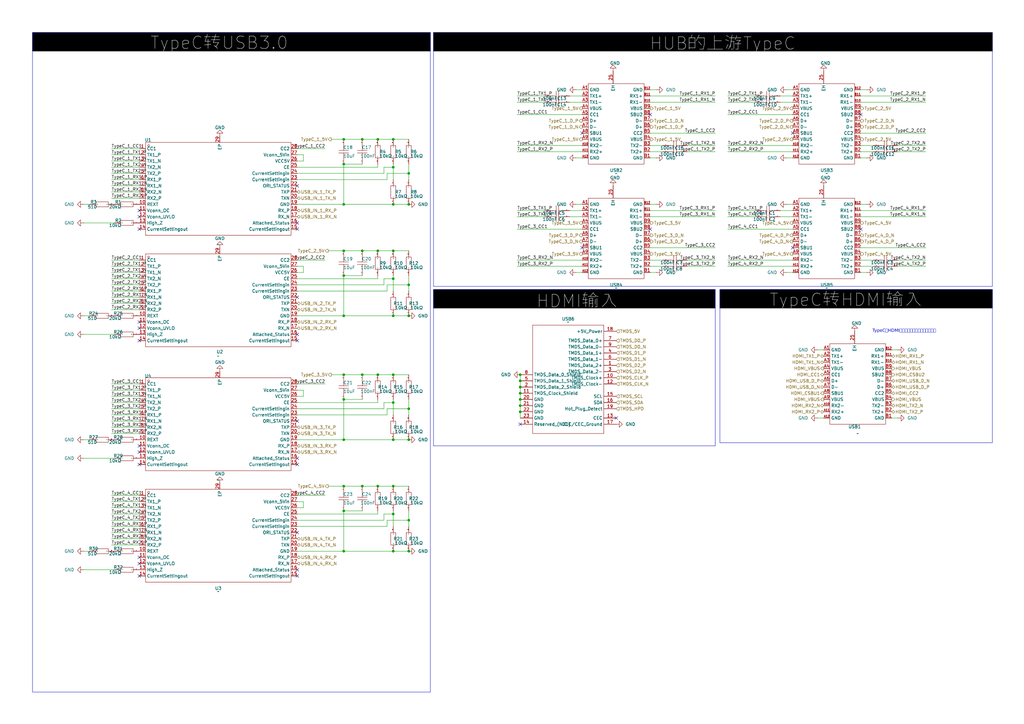
<source format=kicad_sch>
(kicad_sch (version 20231120) (generator "eeschema") (generator_version "8.0")
  (paper "A3")
  (lib_symbols
    (symbol "persional_library:C0603"
      (property "Reference" "C" (at 0 0 0))
      (symbol "C0603_1_0"
        (pin unspecified line (at -5.08 0 0) (length 2.54) (name "1") (number "1"))
        (pin unspecified line (at 5.08 0 180) (length 2.54) (name "2") (number "2"))
      )
    )
    (symbol "persional_library:Connect_HDMI_001S"
      (property "Reference" "USB" (at 0 0 0))
      (symbol "Connect_HDMI_001S_1_0"
        (pin unspecified line (at 22.86 7.62 180) (length 5.08) (name "TMDS_Data_2+") (number "1"))
        (pin unspecified line (at 22.86 2.54 180) (length 5.08) (name "TMDS_Clock+") (number "10"))
        (pin unspecified line (at -16.51 -3.81 0) (length 5.08) (name "TMDS_Clock_Shield") (number "11"))
        (pin unspecified line (at 22.86 0 180) (length 5.08) (name "TMDS_Clock-") (number "12"))
        (pin unspecified line (at 22.86 -13.97 180) (length 5.08) (name "CEC") (number "13"))
        (pin unspecified line (at -16.51 -16.51 0) (length 5.08) (name "Reserved_(N.C.)") (number "14"))
        (pin unspecified line (at 22.86 -5.08 180) (length 5.08) (name "SCL") (number "15"))
        (pin unspecified line (at 22.86 -7.62 180) (length 5.08) (name "SDA") (number "16"))
        (pin unspecified line (at 22.86 -16.51 180) (length 5.08) (name "DDC/CEC_Ground") (number "17"))
        (pin unspecified line (at 22.86 21.59 180) (length 5.08) (name "+5V_Power") (number "18"))
        (pin unspecified line (at 22.86 -10.16 180) (length 5.08) (name "Hot_Plug_Detect") (number "19"))
        (pin unspecified line (at -16.51 -1.27 0) (length 5.08) (name "TMDS_Data_2_Shield") (number "2"))
        (pin unspecified line (at -16.51 -6.35 0) (length 5.08) (name "GND") (number "20"))
        (pin unspecified line (at -16.51 -8.89 0) (length 5.08) (name "GND") (number "21"))
        (pin unspecified line (at -16.51 -11.43 0) (length 5.08) (name "GND") (number "22"))
        (pin unspecified line (at -16.51 -13.97 0) (length 5.08) (name "GND") (number "23"))
        (pin unspecified line (at 22.86 5.08 180) (length 5.08) (name "TMDS_Data_2-") (number "3"))
        (pin unspecified line (at 22.86 12.7 180) (length 5.08) (name "TMDS_Data_1+") (number "4"))
        (pin unspecified line (at -16.51 1.27 0) (length 5.08) (name "TMDS_Data_1_Shield") (number "5"))
        (pin unspecified line (at 22.86 10.16 180) (length 5.08) (name "TMDS_Data_1-") (number "6"))
        (pin unspecified line (at 22.86 17.78 180) (length 5.08) (name "TMDS_Data_0+") (number "7"))
        (pin unspecified line (at -16.51 3.81 0) (length 5.08) (name "TMDS_Data_0_Shield") (number "8"))
        (pin unspecified line (at 22.86 15.24 180) (length 5.08) (name "TMDS_Data_0-") (number "9"))
      )
    )
    (symbol "persional_library:IC_VL160"
      (property "Reference" "U" (at 0 0 0))
      (symbol "IC_VL160_1_0"
        (pin input line (at -33.02 15.24 0) (length 2.54) (name "CC1") (number "1"))
        (pin input line (at -33.02 -7.62 0) (length 2.54) (name "REXT") (number "10"))
        (pin input line (at -33.02 -10.16 0) (length 2.54) (name "Vconn_OC") (number "11"))
        (pin input line (at -33.02 -12.7 0) (length 2.54) (name "Vconn_UVLO") (number "12"))
        (pin input line (at -33.02 -15.24 0) (length 2.54) (name "High_Z") (number "13"))
        (pin input line (at -33.02 -17.78 0) (length 2.54) (name "CurrentSettingout") (number "14"))
        (pin input line (at 31.75 -17.78 180) (length 2.54) (name "CurrentSettingout") (number "15"))
        (pin input line (at 31.75 -15.24 180) (length 2.54) (name "Attached_Status") (number "16"))
        (pin input line (at 31.75 -12.7 180) (length 2.54) (name "RX_N") (number "17"))
        (pin input line (at 31.75 -10.16 180) (length 2.54) (name "RX_P") (number "18"))
        (pin input line (at 31.75 -7.62 180) (length 2.54) (name "GND") (number "19"))
        (pin input line (at -33.02 12.7 0) (length 2.54) (name "TX1_P") (number "2"))
        (pin input line (at 31.75 -5.08 180) (length 2.54) (name "TXN") (number "20"))
        (pin input line (at 31.75 -2.54 180) (length 2.54) (name "TXP") (number "21"))
        (pin input line (at 31.75 0 180) (length 2.54) (name "ORI_STATUS") (number "22"))
        (pin input line (at 31.75 2.54 180) (length 2.54) (name "CurrentSettingin") (number "23"))
        (pin input line (at 31.75 5.08 180) (length 2.54) (name "CurrentSettingin") (number "24"))
        (pin input line (at 31.75 7.62 180) (length 2.54) (name "CE") (number "25"))
        (pin input line (at 31.75 10.16 180) (length 2.54) (name "VCC5V") (number "26"))
        (pin input line (at 31.75 12.7 180) (length 2.54) (name "Vconn_5Vin") (number "27"))
        (pin input line (at 31.75 15.24 180) (length 2.54) (name "CC2") (number "28"))
        (pin input line (at 0 20.32 270) (length 2.54) (name "EP") (number "29"))
        (pin input line (at -33.02 10.16 0) (length 2.54) (name "TX1_N") (number "3"))
        (pin input line (at -33.02 7.62 0) (length 2.54) (name "TX2_N") (number "4"))
        (pin input line (at -33.02 5.08 0) (length 2.54) (name "TX2_P") (number "5"))
        (pin input line (at -33.02 2.54 0) (length 2.54) (name "RX1_P") (number "6"))
        (pin input line (at -33.02 0 0) (length 2.54) (name "RX1_N") (number "7"))
        (pin input line (at -33.02 -2.54 0) (length 2.54) (name "RX2_N") (number "8"))
        (pin input line (at -33.02 -5.08 0) (length 2.54) (name "RX2_P") (number "9"))
      )
    )
    (symbol "persional_library:R0603"
      (property "Reference" "R" (at 0 0 0))
      (symbol "R0603_1_0"
        (pin input line (at -5.08 0 0) (length 2.54) (name "1") (number "1"))
        (pin input line (at 5.08 0 180) (length 2.54) (name "2") (number "2"))
      )
    )
    (symbol "persional_library:TYPE-C 24P QCHT"
      (property "Reference" "USB" (at 0 0 0))
      (symbol "TYPE-C 24P QCHT_1_0"
        (pin unspecified line (at 0 20.32 270) (length 5.08) (name "EH") (number "25"))
        (pin unspecified line (at -12.7 12.7 0) (length 2.54) (name "GND") (number "A1"))
        (pin unspecified line (at -12.7 -10.16 0) (length 2.54) (name "RX2-") (number "A10"))
        (pin unspecified line (at -12.7 -12.7 0) (length 2.54) (name "RX2+") (number "A11"))
        (pin unspecified line (at -12.7 -15.24 0) (length 2.54) (name "GND") (number "A12"))
        (pin unspecified line (at -12.7 10.16 0) (length 2.54) (name "TX1+") (number "A2"))
        (pin unspecified line (at -12.7 7.62 0) (length 2.54) (name "TX1-") (number "A3"))
        (pin unspecified line (at -12.7 5.08 0) (length 2.54) (name "VBUS") (number "A4"))
        (pin unspecified line (at -12.7 2.54 0) (length 2.54) (name "CC1") (number "A5"))
        (pin unspecified line (at -12.7 0 0) (length 2.54) (name "D+") (number "A6"))
        (pin unspecified line (at -12.7 -2.54 0) (length 2.54) (name "D-") (number "A7"))
        (pin unspecified line (at -12.7 -5.08 0) (length 2.54) (name "SBU1") (number "A8"))
        (pin unspecified line (at -12.7 -7.62 0) (length 2.54) (name "VBUS") (number "A9"))
        (pin unspecified line (at 15.24 -15.24 180) (length 2.54) (name "GND") (number "B1"))
        (pin unspecified line (at 15.24 7.62 180) (length 2.54) (name "RX1-") (number "B10"))
        (pin unspecified line (at 15.24 10.16 180) (length 2.54) (name "RX1+") (number "B11"))
        (pin unspecified line (at 15.24 12.7 180) (length 2.54) (name "GND") (number "B12"))
        (pin unspecified line (at 15.24 -12.7 180) (length 2.54) (name "TX2+") (number "B2"))
        (pin unspecified line (at 15.24 -10.16 180) (length 2.54) (name "TX2-") (number "B3"))
        (pin unspecified line (at 15.24 -7.62 180) (length 2.54) (name "VBUS") (number "B4"))
        (pin unspecified line (at 15.24 -5.08 180) (length 2.54) (name "CC2") (number "B5"))
        (pin unspecified line (at 15.24 -2.54 180) (length 2.54) (name "D+") (number "B6"))
        (pin unspecified line (at 15.24 0 180) (length 2.54) (name "D-") (number "B7"))
        (pin unspecified line (at 15.24 2.54 180) (length 2.54) (name "SBU2") (number "B8"))
        (pin unspecified line (at 15.24 5.08 180) (length 2.54) (name "VBUS") (number "B9"))
      )
    )
    (symbol "power:GND" (power) (pin_numbers hide) (pin_names (offset 0) hide)
      (property "Value" "GND" (at 0 -3.81 0))
      (symbol "GND_1_1"
        (pin power_in line (at 0 0 270) (length 0) (name "~") (number "1"))
      )
    )
  )
  (junction (at 167.64 71.12))
  (junction (at 161.29 180.34))
  (junction (at 148.59 153.67))
  (junction (at 167.64 213.36))
  (junction (at 213.36 158.75))
  (junction (at 213.36 168.91))
  (junction (at 140.97 129.54))
  (junction (at 161.29 210.82))
  (junction (at 148.59 57.15))
  (junction (at 161.29 199.39))
  (junction (at 140.97 102.87))
  (junction (at 213.36 161.29))
  (junction (at 140.97 180.34))
  (junction (at 140.97 199.39))
  (junction (at 161.29 153.67))
  (junction (at 154.94 102.87))
  (junction (at 148.59 199.39))
  (junction (at 161.29 165.1))
  (junction (at 148.59 102.87))
  (junction (at 140.97 67.31))
  (junction (at 161.29 57.15))
  (junction (at 154.94 153.67))
  (junction (at 161.29 102.87))
  (junction (at 167.64 226.06))
  (junction (at 161.29 83.82))
  (junction (at 167.64 116.84))
  (junction (at 167.64 180.34))
  (junction (at 140.97 57.15))
  (junction (at 140.97 83.82))
  (junction (at 167.64 167.64))
  (junction (at 161.29 114.3))
  (junction (at 154.94 199.39))
  (junction (at 140.97 153.67))
  (junction (at 140.97 209.55))
  (junction (at 161.29 129.54))
  (junction (at 140.97 226.06))
  (junction (at 213.36 166.37))
  (junction (at 167.64 83.82))
  (junction (at 140.97 163.83))
  (junction (at 154.94 57.15))
  (junction (at 161.29 226.06))
  (junction (at 213.36 163.83))
  (junction (at 140.97 113.03))
  (junction (at 213.36 156.21))
  (junction (at 213.36 153.67))
  (junction (at 167.64 129.54))
  (junction (at 161.29 68.58))
  (no_connect (at 57.15 185.42))
  (no_connect (at 121.92 91.44))
  (no_connect (at 121.92 236.22))
  (no_connect (at 57.15 182.88))
  (no_connect (at 121.92 190.5))
  (no_connect (at 121.92 137.16))
  (no_connect (at 121.92 93.98))
  (no_connect (at 121.92 187.96))
  (no_connect (at 353.06 93.98))
  (no_connect (at 57.15 236.22))
  (no_connect (at 252.73 171.45))
  (no_connect (at 121.92 218.44))
  (no_connect (at 57.15 231.14))
  (no_connect (at 57.15 190.5))
  (no_connect (at 266.7 93.98))
  (no_connect (at 57.15 134.62))
  (no_connect (at 57.15 132.08))
  (no_connect (at 57.15 93.98))
  (no_connect (at 121.92 76.2))
  (no_connect (at 325.12 101.6))
  (no_connect (at 213.36 173.99))
  (no_connect (at 238.76 101.6))
  (no_connect (at 57.15 86.36))
  (no_connect (at 121.92 233.68))
  (no_connect (at 57.15 88.9))
  (no_connect (at 325.12 54.61))
  (no_connect (at 121.92 172.72))
  (no_connect (at 353.06 46.99))
  (no_connect (at 121.92 121.92))
  (no_connect (at 238.76 54.61))
  (no_connect (at 266.7 46.99))
  (no_connect (at 57.15 228.6))
  (no_connect (at 121.92 139.7))
  (no_connect (at 57.15 139.7))
  (wire (pts (xy 124.46 63.5) (xy 124.46 66.04)))
  (wire (pts (xy 335.28 171.45) (xy 337.82 171.45)))
  (wire (pts (xy 161.29 113.03) (xy 161.29 114.3)))
  (wire (pts (xy 124.46 208.28) (xy 121.92 208.28)))
  (wire (pts (xy 121.92 63.5) (xy 124.46 63.5)))
  (wire (pts (xy 212.09 88.9) (xy 223.52 88.9)))
  (wire (pts (xy 57.15 121.92) (xy 45.72 121.92)))
  (wire (pts (xy 45.72 208.28) (xy 57.15 208.28)))
  (wire (pts (xy 233.68 39.37) (xy 238.76 39.37)))
  (wire (pts (xy 133.35 157.48) (xy 121.92 157.48)))
  (wire (pts (xy 298.45 93.98) (xy 325.12 93.98)))
  (wire (pts (xy 358.14 109.22) (xy 353.06 109.22)))
  (wire (pts (xy 368.3 171.45) (xy 365.76 171.45)))
  (wire (pts (xy 293.37 106.68) (xy 281.94 106.68)))
  (wire (pts (xy 379.73 106.68) (xy 368.3 106.68)))
  (wire (pts (xy 121.92 213.36) (xy 157.48 213.36)))
  (wire (pts (xy 212.09 86.36) (xy 223.52 86.36)))
  (wire (pts (xy 167.64 113.03) (xy 167.64 116.84)))
  (wire (pts (xy 379.73 59.69) (xy 368.3 59.69)))
  (wire (pts (xy 322.58 36.83) (xy 325.12 36.83)))
  (wire (pts (xy 121.92 215.9) (xy 158.75 215.9)))
  (wire (pts (xy 121.92 119.38) (xy 158.75 119.38)))
  (wire (pts (xy 57.15 170.18) (xy 45.72 170.18)))
  (wire (pts (xy 34.29 233.68) (xy 46.99 233.68)))
  (wire (pts (xy 154.94 68.58) (xy 154.94 67.31)))
  (wire (pts (xy 161.29 83.82) (xy 167.64 83.82)))
  (wire (pts (xy 233.68 88.9) (xy 238.76 88.9)))
  (wire (pts (xy 140.97 199.39) (xy 148.59 199.39)))
  (wire (pts (xy 45.72 66.04) (xy 57.15 66.04)))
  (wire (pts (xy 320.04 39.37) (xy 325.12 39.37)))
  (wire (pts (xy 34.29 137.16) (xy 46.99 137.16)))
  (wire (pts (xy 45.72 78.74) (xy 57.15 78.74)))
  (wire (pts (xy 161.29 57.15) (xy 167.64 57.15)))
  (wire (pts (xy 140.97 209.55) (xy 140.97 226.06)))
  (wire (pts (xy 133.35 106.68) (xy 121.92 106.68)))
  (wire (pts (xy 121.92 160.02) (xy 124.46 160.02)))
  (wire (pts (xy 57.15 76.2) (xy 45.72 76.2)))
  (wire (pts (xy 34.29 83.82) (xy 36.83 83.82)))
  (wire (pts (xy 158.75 71.12) (xy 167.64 71.12)))
  (wire (pts (xy 133.35 203.2) (xy 121.92 203.2)))
  (wire (pts (xy 45.72 116.84) (xy 57.15 116.84)))
  (wire (pts (xy 236.22 36.83) (xy 238.76 36.83)))
  (wire (pts (xy 121.92 210.82) (xy 154.94 210.82)))
  (wire (pts (xy 213.36 168.91) (xy 213.36 171.45)))
  (wire (pts (xy 124.46 162.56) (xy 121.92 162.56)))
  (wire (pts (xy 57.15 172.72) (xy 45.72 172.72)))
  (wire (pts (xy 158.75 213.36) (xy 167.64 213.36)))
  (wire (pts (xy 212.09 106.68) (xy 238.76 106.68)))
  (wire (pts (xy 293.37 109.22) (xy 281.94 109.22)))
  (wire (pts (xy 121.92 109.22) (xy 124.46 109.22)))
  (wire (pts (xy 161.29 68.58) (xy 161.29 73.66)))
  (wire (pts (xy 124.46 66.04) (xy 121.92 66.04)))
  (wire (pts (xy 379.73 109.22) (xy 368.3 109.22)))
  (wire (pts (xy 379.73 54.61) (xy 353.06 54.61)))
  (wire (pts (xy 34.29 180.34) (xy 36.83 180.34)))
  (wire (pts (xy 161.29 199.39) (xy 167.64 199.39)))
  (wire (pts (xy 140.97 163.83) (xy 140.97 180.34)))
  (wire (pts (xy 298.45 88.9) (xy 309.88 88.9)))
  (wire (pts (xy 34.29 226.06) (xy 36.83 226.06)))
  (wire (pts (xy 158.75 170.18) (xy 158.75 167.64)))
  (wire (pts (xy 121.92 180.34) (xy 140.97 180.34)))
  (wire (pts (xy 154.94 114.3) (xy 154.94 113.03)))
  (wire (pts (xy 266.7 88.9) (xy 293.37 88.9)))
  (wire (pts (xy 140.97 113.03) (xy 140.97 129.54)))
  (wire (pts (xy 167.64 163.83) (xy 167.64 167.64)))
  (wire (pts (xy 121.92 83.82) (xy 140.97 83.82)))
  (wire (pts (xy 266.7 86.36) (xy 293.37 86.36)))
  (wire (pts (xy 45.72 81.28) (xy 57.15 81.28)))
  (wire (pts (xy 157.48 213.36) (xy 157.48 210.82)))
  (wire (pts (xy 140.97 102.87) (xy 148.59 102.87)))
  (wire (pts (xy 358.14 106.68) (xy 353.06 106.68)))
  (wire (pts (xy 154.94 199.39) (xy 161.29 199.39)))
  (wire (pts (xy 322.58 111.76) (xy 325.12 111.76)))
  (wire (pts (xy 212.09 93.98) (xy 238.76 93.98)))
  (wire (pts (xy 353.06 39.37) (xy 379.73 39.37)))
  (wire (pts (xy 167.64 67.31) (xy 167.64 71.12)))
  (wire (pts (xy 124.46 205.74) (xy 124.46 208.28)))
  (wire (pts (xy 353.06 88.9) (xy 379.73 88.9)))
  (wire (pts (xy 154.94 57.15) (xy 161.29 57.15)))
  (wire (pts (xy 269.24 111.76) (xy 266.7 111.76)))
  (wire (pts (xy 298.45 46.99) (xy 325.12 46.99)))
  (wire (pts (xy 121.92 68.58) (xy 154.94 68.58)))
  (wire (pts (xy 269.24 83.82) (xy 266.7 83.82)))
  (wire (pts (xy 158.75 116.84) (xy 167.64 116.84)))
  (wire (pts (xy 134.62 199.39) (xy 140.97 199.39)))
  (wire (pts (xy 148.59 57.15) (xy 154.94 57.15)))
  (wire (pts (xy 154.94 165.1) (xy 154.94 163.83)))
  (wire (pts (xy 355.6 111.76) (xy 353.06 111.76)))
  (wire (pts (xy 320.04 41.91) (xy 325.12 41.91)))
  (wire (pts (xy 161.29 129.54) (xy 167.64 129.54)))
  (wire (pts (xy 157.48 167.64) (xy 157.48 165.1)))
  (wire (pts (xy 45.72 162.56) (xy 57.15 162.56)))
  (wire (pts (xy 269.24 64.77) (xy 266.7 64.77)))
  (wire (pts (xy 212.09 41.91) (xy 223.52 41.91)))
  (wire (pts (xy 161.29 153.67) (xy 167.64 153.67)))
  (wire (pts (xy 212.09 46.99) (xy 238.76 46.99)))
  (wire (pts (xy 158.75 167.64) (xy 167.64 167.64)))
  (wire (pts (xy 293.37 54.61) (xy 266.7 54.61)))
  (wire (pts (xy 161.29 165.1) (xy 161.29 170.18)))
  (wire (pts (xy 368.3 143.51) (xy 365.76 143.51)))
  (wire (pts (xy 298.45 109.22) (xy 325.12 109.22)))
  (wire (pts (xy 121.92 167.64) (xy 157.48 167.64)))
  (wire (pts (xy 213.36 166.37) (xy 213.36 168.91)))
  (wire (pts (xy 45.72 157.48) (xy 57.15 157.48)))
  (wire (pts (xy 212.09 59.69) (xy 238.76 59.69)))
  (wire (pts (xy 161.29 180.34) (xy 167.64 180.34)))
  (wire (pts (xy 140.97 129.54) (xy 161.29 129.54)))
  (wire (pts (xy 45.72 223.52) (xy 57.15 223.52)))
  (wire (pts (xy 140.97 226.06) (xy 161.29 226.06)))
  (wire (pts (xy 157.48 165.1) (xy 161.29 165.1)))
  (wire (pts (xy 45.72 175.26) (xy 57.15 175.26)))
  (wire (pts (xy 45.72 109.22) (xy 57.15 109.22)))
  (wire (pts (xy 161.29 102.87) (xy 167.64 102.87)))
  (wire (pts (xy 161.29 209.55) (xy 161.29 210.82)))
  (wire (pts (xy 271.78 106.68) (xy 266.7 106.68)))
  (wire (pts (xy 320.04 86.36) (xy 325.12 86.36)))
  (wire (pts (xy 57.15 73.66) (xy 45.72 73.66)))
  (wire (pts (xy 271.78 59.69) (xy 266.7 59.69)))
  (wire (pts (xy 148.59 102.87) (xy 154.94 102.87)))
  (wire (pts (xy 158.75 119.38) (xy 158.75 116.84)))
  (wire (pts (xy 45.72 114.3) (xy 57.15 114.3)))
  (wire (pts (xy 212.09 62.23) (xy 238.76 62.23)))
  (wire (pts (xy 320.04 88.9) (xy 325.12 88.9)))
  (wire (pts (xy 140.97 83.82) (xy 161.29 83.82)))
  (wire (pts (xy 135.89 57.15) (xy 140.97 57.15)))
  (wire (pts (xy 121.92 226.06) (xy 140.97 226.06)))
  (wire (pts (xy 135.89 153.67) (xy 140.97 153.67)))
  (wire (pts (xy 45.72 60.96) (xy 57.15 60.96)))
  (wire (pts (xy 298.45 41.91) (xy 309.88 41.91)))
  (wire (pts (xy 157.48 68.58) (xy 161.29 68.58)))
  (wire (pts (xy 45.72 124.46) (xy 57.15 124.46)))
  (wire (pts (xy 45.72 68.58) (xy 57.15 68.58)))
  (wire (pts (xy 57.15 215.9) (xy 45.72 215.9)))
  (wire (pts (xy 167.64 71.12) (xy 167.64 73.66)))
  (wire (pts (xy 157.48 116.84) (xy 157.48 114.3)))
  (wire (pts (xy 140.97 57.15) (xy 148.59 57.15)))
  (wire (pts (xy 158.75 215.9) (xy 158.75 213.36)))
  (wire (pts (xy 157.48 210.82) (xy 161.29 210.82)))
  (wire (pts (xy 124.46 111.76) (xy 121.92 111.76)))
  (wire (pts (xy 158.75 73.66) (xy 158.75 71.12)))
  (wire (pts (xy 45.72 165.1) (xy 57.15 165.1)))
  (wire (pts (xy 271.78 109.22) (xy 266.7 109.22)))
  (wire (pts (xy 298.45 106.68) (xy 325.12 106.68)))
  (wire (pts (xy 379.73 62.23) (xy 368.3 62.23)))
  (wire (pts (xy 140.97 67.31) (xy 140.97 83.82)))
  (wire (pts (xy 121.92 170.18) (xy 158.75 170.18)))
  (wire (pts (xy 167.64 209.55) (xy 167.64 213.36)))
  (wire (pts (xy 121.92 71.12) (xy 157.48 71.12)))
  (wire (pts (xy 121.92 73.66) (xy 158.75 73.66)))
  (wire (pts (xy 293.37 101.6) (xy 266.7 101.6)))
  (wire (pts (xy 140.97 153.67) (xy 148.59 153.67)))
  (wire (pts (xy 45.72 63.5) (xy 57.15 63.5)))
  (wire (pts (xy 134.62 102.87) (xy 140.97 102.87)))
  (wire (pts (xy 298.45 62.23) (xy 325.12 62.23)))
  (wire (pts (xy 124.46 160.02) (xy 124.46 162.56)))
  (wire (pts (xy 358.14 62.23) (xy 353.06 62.23)))
  (wire (pts (xy 233.68 86.36) (xy 238.76 86.36)))
  (wire (pts (xy 121.92 129.54) (xy 140.97 129.54)))
  (wire (pts (xy 161.29 67.31) (xy 161.29 68.58)))
  (wire (pts (xy 213.36 163.83) (xy 213.36 166.37)))
  (wire (pts (xy 161.29 210.82) (xy 161.29 215.9)))
  (wire (pts (xy 34.29 187.96) (xy 46.99 187.96)))
  (wire (pts (xy 121.92 205.74) (xy 124.46 205.74)))
  (wire (pts (xy 140.97 163.83) (xy 148.59 163.83)))
  (wire (pts (xy 298.45 39.37) (xy 309.88 39.37)))
  (wire (pts (xy 140.97 209.55) (xy 148.59 209.55)))
  (wire (pts (xy 161.29 226.06) (xy 167.64 226.06)))
  (wire (pts (xy 45.72 127) (xy 57.15 127)))
  (wire (pts (xy 293.37 62.23) (xy 281.94 62.23)))
  (wire (pts (xy 213.36 156.21) (xy 213.36 158.75)))
  (wire (pts (xy 154.94 102.87) (xy 161.29 102.87)))
  (wire (pts (xy 45.72 106.68) (xy 57.15 106.68)))
  (wire (pts (xy 140.97 67.31) (xy 148.59 67.31)))
  (wire (pts (xy 355.6 83.82) (xy 353.06 83.82)))
  (wire (pts (xy 121.92 116.84) (xy 157.48 116.84)))
  (wire (pts (xy 298.45 59.69) (xy 325.12 59.69)))
  (wire (pts (xy 34.29 91.44) (xy 46.99 91.44)))
  (wire (pts (xy 57.15 218.44) (xy 45.72 218.44)))
  (wire (pts (xy 167.64 116.84) (xy 167.64 119.38)))
  (wire (pts (xy 45.72 205.74) (xy 57.15 205.74)))
  (wire (pts (xy 154.94 210.82) (xy 154.94 209.55)))
  (wire (pts (xy 133.35 60.96) (xy 121.92 60.96)))
  (wire (pts (xy 124.46 109.22) (xy 124.46 111.76)))
  (wire (pts (xy 293.37 59.69) (xy 281.94 59.69)))
  (wire (pts (xy 34.29 129.54) (xy 36.83 129.54)))
  (wire (pts (xy 355.6 36.83) (xy 353.06 36.83)))
  (wire (pts (xy 45.72 71.12) (xy 57.15 71.12)))
  (wire (pts (xy 271.78 62.23) (xy 266.7 62.23)))
  (wire (pts (xy 148.59 153.67) (xy 154.94 153.67)))
  (wire (pts (xy 335.28 143.51) (xy 337.82 143.51)))
  (wire (pts (xy 236.22 111.76) (xy 238.76 111.76)))
  (wire (pts (xy 322.58 83.82) (xy 325.12 83.82)))
  (wire (pts (xy 213.36 161.29) (xy 213.36 163.83)))
  (wire (pts (xy 45.72 210.82) (xy 57.15 210.82)))
  (wire (pts (xy 45.72 213.36) (xy 57.15 213.36)))
  (wire (pts (xy 140.97 180.34) (xy 161.29 180.34)))
  (wire (pts (xy 57.15 119.38) (xy 45.72 119.38)))
  (wire (pts (xy 266.7 39.37) (xy 293.37 39.37)))
  (wire (pts (xy 212.09 109.22) (xy 238.76 109.22)))
  (wire (pts (xy 154.94 153.67) (xy 161.29 153.67)))
  (wire (pts (xy 161.29 114.3) (xy 161.29 119.38)))
  (wire (pts (xy 121.92 114.3) (xy 154.94 114.3)))
  (wire (pts (xy 161.29 163.83) (xy 161.29 165.1)))
  (wire (pts (xy 266.7 41.91) (xy 293.37 41.91)))
  (wire (pts (xy 157.48 71.12) (xy 157.48 68.58)))
  (wire (pts (xy 167.64 167.64) (xy 167.64 170.18)))
  (wire (pts (xy 157.48 114.3) (xy 161.29 114.3)))
  (wire (pts (xy 45.72 160.02) (xy 57.15 160.02)))
  (wire (pts (xy 355.6 64.77) (xy 353.06 64.77)))
  (wire (pts (xy 121.92 165.1) (xy 154.94 165.1)))
  (wire (pts (xy 353.06 41.91) (xy 379.73 41.91)))
  (wire (pts (xy 269.24 36.83) (xy 266.7 36.83)))
  (wire (pts (xy 233.68 41.91) (xy 238.76 41.91)))
  (wire (pts (xy 353.06 86.36) (xy 379.73 86.36)))
  (wire (pts (xy 45.72 203.2) (xy 57.15 203.2)))
  (wire (pts (xy 212.09 39.37) (xy 223.52 39.37)))
  (wire (pts (xy 45.72 220.98) (xy 57.15 220.98)))
  (wire (pts (xy 140.97 113.03) (xy 148.59 113.03)))
  (wire (pts (xy 298.45 86.36) (xy 309.88 86.36)))
  (wire (pts (xy 213.36 158.75) (xy 213.36 161.29)))
  (wire (pts (xy 45.72 177.8) (xy 57.15 177.8)))
  (wire (pts (xy 236.22 83.82) (xy 238.76 83.82)))
  (wire (pts (xy 45.72 111.76) (xy 57.15 111.76)))
  (wire (pts (xy 322.58 64.77) (xy 325.12 64.77)))
  (wire (pts (xy 236.22 64.77) (xy 238.76 64.77)))
  (wire (pts (xy 148.59 199.39) (xy 154.94 199.39)))
  (wire (pts (xy 213.36 153.67) (xy 213.36 156.21)))
  (wire (pts (xy 57.15 167.64) (xy 45.72 167.64)))
  (wire (pts (xy 358.14 59.69) (xy 353.06 59.69)))
  (wire (pts (xy 167.64 213.36) (xy 167.64 215.9)))
  (wire (pts (xy 379.73 101.6) (xy 353.06 101.6)))
  (rectangle (start 177.8 118.745) (end 293.37 126.365) (stroke (width 0) (color 0 0 0 1)) (fill (type color) (color 0 0 0 1)))
  (rectangle (start 177.8 13.335) (end 407.035 117.475))
  (rectangle (start 13.335 13.335) (end 176.53 20.955) (stroke (width 0) (color 0 0 0 1)) (fill (type color) (color 0 0 0 1)))
  (rectangle (start 177.8 118.745) (end 293.37 182.88))
  (rectangle (start 13.335 13.335) (end 176.53 283.845))
  (rectangle (start 295.275 118.745) (end 407.035 126.365) (stroke (width 0) (color 0 0 0 1)) (fill (type color) (color 0 0 0 1)))
  (rectangle (start 295.275 118.745) (end 407.035 181.61))
  (rectangle (start 177.8 13.335) (end 407.035 20.955) (stroke (width 0) (color 0 0 0 1)) (fill (type color) (color 0 0 0 1)))
  (text "HUB的上游TypeC" (at 296.418 18.034 0) (effects (font (size 5.08 5.08))))
  (text "TypeC转HDMI不进行预处理后续处理较为麻烦" (exclude_from_sim yes) (at 370.84 136.144 0) (effects (font (size 1.27 1.27))))
  (text "HDMI输入" (at 236.728 123.698 0) (effects (font (size 5.08 5.08))))
  (text "TypeC转USB3.0" (at 89.916 17.78 0) (effects (font (size 5.08 5.08))))
  (text "TypeC转HDMI输入" (at 346.964 123.19 0) (effects (font (size 5.08 5.08))))
  (label "TypeC_2_RX1_N" (at 379.73 41.91 180))
  (label "TypeC_2_RX1_P" (at 45.72 119.38 0))
  (label "TypeC_2_TX2_N" (at 45.72 114.3 0))
  (label "TypeC_2_TX1_N" (at 45.72 111.76 0))
  (label "TypeC_4_CC2" (at 379.73 101.6 180))
  (label "TypeC_4_RX1_N" (at 379.73 88.9 180))
  (label "TypeC_4_TX1_N" (at 45.72 208.28 0))
  (label "TypeC_4_TX2_N" (at 45.72 210.82 0))
  (label "TypeC_3_TX1_P" (at 45.72 160.02 0))
  (label "TypeC_2_RX2_N" (at 298.45 59.69 0))
  (label "TypeC_4_TX1_P" (at 45.72 205.74 0))
  (label "TypeC_2_RX2_P" (at 45.72 127 0))
  (label "TypeC_3_TX1_N" (at 212.09 88.9 0))
  (label "TypeC_4_RX2_P" (at 45.72 223.52 0))
  (label "TypeC_2_TX1_N" (at 298.45 41.91 0))
  (label "TypeC_4_RX2_N" (at 298.45 106.68 0))
  (label "TypeC_4_RX1_N" (at 45.72 218.44 0))
  (label "TypeC_1_TX2_P" (at 45.72 71.12 0))
  (label "TypeC_2_TX2_P" (at 379.73 62.23 180))
  (label "TypeC_3_CC2" (at 133.35 157.48 180))
  (label "TypeC_1_TX1_P" (at 45.72 63.5 0))
  (label "TypeC_2_CC1" (at 45.72 106.68 0))
  (label "TypeC_3_RX1_N" (at 293.37 88.9 180))
  (label "TypeC_2_RX2_P" (at 298.45 62.23 0))
  (label "TypeC_4_CC2" (at 133.35 203.2 180))
  (label "TypeC_2_CC2" (at 133.35 106.68 180))
  (label "TypeC_2_TX1_P" (at 298.45 39.37 0))
  (label "TypeC_4_TX1_N" (at 298.45 88.9 0))
  (label "TypeC_1_TX2_P" (at 293.37 62.23 180))
  (label "TypeC_3_RX2_N" (at 212.09 106.68 0))
  (label "TypeC_4_TX1_P" (at 298.45 86.36 0))
  (label "TypeC_3_CC1" (at 45.72 157.48 0))
  (label "TypeC_3_RX2_N" (at 45.72 175.26 0))
  (label "TypeC_3_TX2_N" (at 45.72 165.1 0))
  (label "TypeC_3_TX2_P" (at 293.37 109.22 180))
  (label "TypeC_1_RX1_P" (at 293.37 39.37 180))
  (label "TypeC_2_CC2" (at 379.73 54.61 180))
  (label "TypeC_1_CC2" (at 293.37 54.61 180))
  (label "TypeC_3_CC1" (at 212.09 93.98 0))
  (label "TypeC_3_TX1_P" (at 212.09 86.36 0))
  (label "TypeC_4_RX2_N" (at 45.72 220.98 0))
  (label "TypeC_3_RX2_P" (at 212.09 109.22 0))
  (label "TypeC_3_RX2_P" (at 45.72 177.8 0))
  (label "TypeC_3_TX2_P" (at 45.72 167.64 0))
  (label "TypeC_1_RX2_P" (at 45.72 81.28 0))
  (label "TypeC_2_RX2_N" (at 45.72 124.46 0))
  (label "TypeC_1_TX1_P" (at 212.09 39.37 0))
  (label "TypeC_3_RX1_P" (at 293.37 86.36 180))
  (label "TypeC_1_TX1_N" (at 45.72 66.04 0))
  (label "TypeC_3_TX2_N" (at 293.37 106.68 180))
  (label "TypeC_4_TX2_P" (at 379.73 109.22 180))
  (label "TypeC_4_CC1" (at 45.72 203.2 0))
  (label "TypeC_4_RX2_P" (at 298.45 109.22 0))
  (label "TypeC_1_TX1_N" (at 212.09 41.91 0))
  (label "TypeC_4_TX2_P" (at 45.72 213.36 0))
  (label "TypeC_2_TX2_N" (at 379.73 59.69 180))
  (label "TypeC_2_TX2_P" (at 45.72 116.84 0))
  (label "TypeC_2_RX1_N" (at 45.72 121.92 0))
  (label "TypeC_4_TX2_N" (at 379.73 106.68 180))
  (label "TypeC_4_RX1_P" (at 45.72 215.9 0))
  (label "TypeC_1_CC1" (at 45.72 60.96 0))
  (label "TypeC_3_RX1_N" (at 45.72 172.72 0))
  (label "TypeC_1_TX2_N" (at 293.37 59.69 180))
  (label "TypeC_2_CC1" (at 298.45 46.99 0))
  (label "TypeC_2_RX1_P" (at 379.73 39.37 180))
  (label "TypeC_1_RX2_N" (at 212.09 59.69 0))
  (label "TypeC_1_RX1_N" (at 45.72 76.2 0))
  (label "TypeC_1_RX2_P" (at 212.09 62.23 0))
  (label "TypeC_1_CC1" (at 212.09 46.99 0))
  (label "TypeC_3_TX1_N" (at 45.72 162.56 0))
  (label "TypeC_2_TX1_P" (at 45.72 109.22 0))
  (label "TypeC_3_CC2" (at 293.37 101.6 180))
  (label "TypeC_1_CC2" (at 133.35 60.96 180))
  (label "TypeC_1_RX1_P" (at 45.72 73.66 0))
  (label "TypeC_4_CC1" (at 298.45 93.98 0))
  (label "TypeC_1_TX2_N" (at 45.72 68.58 0))
  (label "TypeC_1_RX2_N" (at 45.72 78.74 0))
  (label "TypeC_4_RX1_P" (at 379.73 86.36 180))
  (label "TypeC_1_RX1_N" (at 293.37 41.91 180))
  (label "TypeC_3_RX1_P" (at 45.72 170.18 0))
  (hierarchical_label "USB_IN_1_TX_P" (shape bidirectional) (at 121.92 78.74 0))
  (hierarchical_label "HDMI_VBUS" (shape output) (at 365.76 163.83 0))
  (hierarchical_label "USB_IN_4_RX_P" (shape bidirectional) (at 121.92 228.6 0))
  (hierarchical_label "HDMI_TX2_P" (shape bidirectional) (at 365.76 168.91 0))
  (hierarchical_label "HDMI_RX1_P" (shape bidirectional) (at 365.76 146.05 0))
  (hierarchical_label "USB_IN_3_TX_P" (shape bidirectional) (at 121.92 175.26 0))
  (hierarchical_label "TypeC_3_5V" (shape output) (at 266.7 91.44 0))
  (hierarchical_label "HDMI_CC1" (shape bidirectional) (at 337.82 153.67 180))
  (hierarchical_label "HDMI_USB_D_P" (shape bidirectional) (at 365.76 158.75 0))
  (hierarchical_label "TypeC_3_5V" (shape output) (at 238.76 104.14 180))
  (hierarchical_label "TMDS_D2_P" (shape input) (at 252.73 149.86 0))
  (hierarchical_label "HDMI_RX2_N" (shape bidirectional) (at 337.82 166.37 180))
  (hierarchical_label "USB_IN_2_RX_P" (shape bidirectional) (at 121.92 132.08 0))
  (hierarchical_label "TMDS_HPD" (shape input) (at 252.73 167.64 0))
  (hierarchical_label "TypeC_3_5V" (shape output) (at 135.89 153.67 180))
  (hierarchical_label "USB_IN_1_RX_P" (shape bidirectional) (at 121.92 86.36 0))
  (hierarchical_label "TypeC_2_5V" (shape output) (at 325.12 57.15 180))
  (hierarchical_label "HDMI_USB_D_N" (shape bidirectional) (at 365.76 156.21 0))
  (hierarchical_label "HDMI_CSBU1" (shape output) (at 337.82 161.29 180))
  (hierarchical_label "TypeC_2_5V" (shape output) (at 325.12 44.45 180))
  (hierarchical_label "USB_IN_4_RX_N" (shape bidirectional) (at 121.92 231.14 0))
  (hierarchical_label "USB_IN_2_TX_N" (shape bidirectional) (at 121.92 127 0))
  (hierarchical_label "TMDS_D1_N" (shape input) (at 252.73 147.32 0))
  (hierarchical_label "USB_IN_3_RX_P" (shape bidirectional) (at 121.92 182.88 0))
  (hierarchical_label "TMDS_D1_P" (shape input) (at 252.73 144.78 0))
  (hierarchical_label "TypeC_2_5V" (shape output) (at 353.06 44.45 0))
  (hierarchical_label "HDMI_CSBU2" (shape output) (at 365.76 153.67 0))
  (hierarchical_label "TypeC_3_D_P" (shape output) (at 238.76 96.52 180))
  (hierarchical_label "TypeC_4_D_N" (shape output) (at 353.06 96.52 0))
  (hierarchical_label "USB_IN_2_RX_N" (shape bidirectional) (at 121.92 134.62 0))
  (hierarchical_label "TypeC_1_5V" (shape output) (at 266.7 57.15 0))
  (hierarchical_label "USB_IN_3_RX_N" (shape bidirectional) (at 121.92 185.42 0))
  (hierarchical_label "HDMI_VBUS" (shape output) (at 337.82 151.13 180))
  (hierarchical_label "TMDS_CLK_P" (shape input) (at 252.73 154.94 0))
  (hierarchical_label "TypeC_1_D_N" (shape output) (at 238.76 52.07 180))
  (hierarchical_label "TypeC_1_D_P" (shape output) (at 238.76 49.53 180))
  (hierarchical_label "HDMI_RX1_N" (shape bidirectional) (at 365.76 148.59 0))
  (hierarchical_label "HDMI_RX2_P" (shape bidirectional) (at 337.82 168.91 180))
  (hierarchical_label "HDMI_TX1_P" (shape bidirectional) (at 337.82 146.05 180))
  (hierarchical_label "TypeC_2_D_N" (shape output) (at 353.06 49.53 0))
  (hierarchical_label "TypeC_2_D_P" (shape output) (at 325.12 49.53 180))
  (hierarchical_label "TMDS_SDA" (shape input) (at 252.73 165.1 0))
  (hierarchical_label "TMDS_D0_P" (shape input) (at 252.73 139.7 0))
  (hierarchical_label "TypeC_3_D_N" (shape output) (at 238.76 99.06 180))
  (hierarchical_label "TMDS_D2_N" (shape input) (at 252.73 152.4 0))
  (hierarchical_label "TypeC_2_D_N" (shape output) (at 325.12 52.07 180))
  (hierarchical_label "TMDS_D0_N" (shape input) (at 252.73 142.24 0))
  (hierarchical_label "USB_IN_1_RX_N" (shape bidirectional) (at 121.92 88.9 0))
  (hierarchical_label "TypeC_3_D_P" (shape output) (at 266.7 99.06 0))
  (hierarchical_label "HDMI_TX1_N" (shape bidirectional) (at 337.82 148.59 180))
  (hierarchical_label "TypeC_4_D_P" (shape output) (at 353.06 99.06 0))
  (hierarchical_label "TypeC_4_5V" (shape output) (at 325.12 104.14 180))
  (hierarchical_label "USB_IN_1_TX_N" (shape bidirectional) (at 121.92 81.28 0))
  (hierarchical_label "HDMI_TX2_N" (shape bidirectional) (at 365.76 166.37 0))
  (hierarchical_label "TypeC_4_D_N" (shape output) (at 325.12 99.06 180))
  (hierarchical_label "TMDS_5V" (shape input) (at 252.73 135.89 0))
  (hierarchical_label "USB_IN_3_TX_N" (shape bidirectional) (at 121.92 177.8 0))
  (hierarchical_label "TypeC_1_5V" (shape output) (at 238.76 44.45 180))
  (hierarchical_label "TypeC_1_5V" (shape output) (at 135.89 57.15 180))
  (hierarchical_label "TypeC_4_5V" (shape output) (at 325.12 91.44 180))
  (hierarchical_label "TypeC_2_5V" (shape output) (at 353.06 57.15 0))
  (hierarchical_label "TypeC_3_5V" (shape output) (at 238.76 91.44 180))
  (hierarchical_label "TypeC_2_5V" (shape output) (at 134.62 102.87 180))
  (hierarchical_label "TypeC_1_D_P" (shape output) (at 266.7 52.07 0))
  (hierarchical_label "TypeC_4_5V" (shape output) (at 353.06 104.14 0))
  (hierarchical_label "TypeC_3_D_N" (shape output) (at 266.7 96.52 0))
  (hierarchical_label "TypeC_4_5V" (shape output) (at 353.06 91.44 0))
  (hierarchical_label "TypeC_4_5V" (shape output) (at 134.62 199.39 180))
  (hierarchical_label "TypeC_1_5V" (shape output) (at 238.76 57.15 180))
  (hierarchical_label "HDMI_USB_D_P" (shape bidirectional) (at 337.82 156.21 180))
  (hierarchical_label "HDMI_CC2" (shape bidirectional) (at 365.76 161.29 0))
  (hierarchical_label "TypeC_1_D_N" (shape output) (at 266.7 49.53 0))
  (hierarchical_label "USB_IN_4_TX_N" (shape bidirectional) (at 121.92 223.52 0))
  (hierarchical_label "TypeC_4_D_P" (shape output) (at 325.12 96.52 180))
  (hierarchical_label "HDMI_VBUS" (shape output) (at 337.82 163.83 180))
  (hierarchical_label "TypeC_3_5V" (shape output) (at 266.7 104.14 0))
  (hierarchical_label "TypeC_1_5V" (shape output) (at 266.7 44.45 0))
  (hierarchical_label "HDMI_USB_D_N" (shape bidirectional) (at 337.82 158.75 180))
  (hierarchical_label "TMDS_CLK_N" (shape input) (at 252.73 157.48 0))
  (hierarchical_label "HDMI_VBUS" (shape output) (at 365.76 151.13 0))
  (hierarchical_label "USB_IN_4_TX_P" (shape bidirectional) (at 121.92 220.98 0))
  (hierarchical_label "TMDS_SCL" (shape input) (at 252.73 162.56 0))
  (hierarchical_label "USB_IN_2_TX_P" (shape bidirectional) (at 121.92 124.46 0))
  (hierarchical_label "TypeC_2_D_P" (shape output) (at 353.06 52.07 0))
  (symbol (lib_id "power:GND") (at 355.6 36.83 90) (unit 1)
    (property "Reference" "#PWR014" (effects (hide yes)))
    (property "Value" "GND" (at 359.41 36.83 90) (effects (justify right)))
    (property "Description" "Power symbol creates a global label with name \"GND\" , ground" (effects (hide yes)))
  )
  (symbol (lib_id "persional_library:R0603") (at 154.94 204.47 90) (unit 1)
    (property "Reference" "R19" (at 156.972 204.47 90))
    (property "Value" "10kΩ" (at 158.242 206.248 90))
    (property "Footprint" "persional_library:R0603" (effects (hide yes)))
    (property "Datasheet" "https://item.szlcsc.com/datasheet/0603WAF1002T5E/26547.html" (effects (hide yes)))
    (property "Description" "电阻类型:厚膜电阻;阻值:10kΩ;精度:±1%;功率:100mW;工作电压:75V;温度系数:±100ppm/°C;" (effects (hide yes)))
    (property "Manufacturer Part" "0603WAF1002T5E" (effects (hide yes)))
    (property "Manufacturer" "UNI-ROYAL(厚声)" (effects (hide yes)))
    (property "Supplier Part" "C25804" (effects (hide yes)))
    (property "Supplier" "LCSC" (effects (hide yes)))
    (property "LCSC Part Name" "厚膜电阻 10kΩ ±1% 100mW" (effects (hide yes)))
  )
  (symbol (lib_id "persional_library:TYPE-C 24P QCHT") (at 350.52 156.21 0) (unit 1)
    (property "Reference" "USB1" (at 350.52 175.006 0))
    (property "Value" "~" (at 351.79 177.8 0))
    (property "Footprint" "persional_library:TYPE-C-SMD_TYPE-C-24P-QCHT" (effects (hide yes)))
    (property "Datasheet" "https://item.szlcsc.com/datasheet/TYPE-C%252024P%2520QCHT/458820.html" (effects (hide yes)))
    (property "Description" "连接器类型:Type-C;协议标准:USB 3.1;公母:母;安装方式:卧贴;触点数量:24P;端口数量:1;额定电流 - 电源:3A;工作温度:-40°C~+85°C;" (effects (hide yes)))
    (property "Manufacturer Part" "TYPE-C 24P QCHT" (effects (hide yes)))
    (property "Manufacturer" "SHOU HAN(首韩)" (effects (hide yes)))
    (property "Supplier Part" "C456013" (effects (hide yes)))
    (property "Supplier" "LCSC" (effects (hide yes)))
    (property "LCSC Part Name" "Type-C 母 卧贴" (effects (hide yes)))
  )
  (symbol (lib_id "power:GND") (at 368.3 143.51 90) (unit 1)
    (property "Reference" "#PWR04" (effects (hide yes)))
    (property "Value" "GND" (at 372.11 143.51 90) (effects (justify right)))
    (property "Description" "Power symbol creates a global label with name \"GND\" , ground" (effects (hide yes)))
  )
  (symbol (lib_id "power:GND") (at 355.6 111.76 90) (unit 1)
    (property "Reference" "#PWR020" (effects (hide yes)))
    (property "Value" "GND" (at 359.41 111.76 90) (effects (justify right)))
    (property "Description" "Power symbol creates a global label with name \"GND\" , ground" (effects (hide yes)))
  )
  (symbol (lib_id "power:GND") (at 34.29 137.16 270) (unit 1)
    (property "Reference" "#PWR033" (effects (hide yes)))
    (property "Value" "GND" (at 30.48 137.16 90) (effects (justify right)))
    (property "Description" "Power symbol creates a global label with name \"GND\" , ground" (effects (hide yes)))
  )
  (symbol (lib_id "persional_library:R0603") (at 161.29 62.23 90) (unit 1)
    (property "Reference" "R5" (at 163.322 62.23 90))
    (property "Value" "10kΩ" (at 164.592 64.008 90))
    (property "Footprint" "persional_library:R0603" (effects (hide yes)))
    (property "Datasheet" "https://item.szlcsc.com/datasheet/0603WAF1002T5E/26547.html" (effects (hide yes)))
    (property "Description" "电阻类型:厚膜电阻;阻值:10kΩ;精度:±1%;功率:100mW;工作电压:75V;温度系数:±100ppm/°C;" (effects (hide yes)))
    (property "Manufacturer Part" "0603WAF1002T5E" (effects (hide yes)))
    (property "Manufacturer" "UNI-ROYAL(厚声)" (effects (hide yes)))
    (property "Supplier Part" "C25804" (effects (hide yes)))
    (property "Supplier" "LCSC" (effects (hide yes)))
    (property "LCSC Part Name" "厚膜电阻 10kΩ ±1% 100mW" (effects (hide yes)))
  )
  (symbol (lib_id "persional_library:C0603") (at 314.96 86.36 0) (unit 1)
    (property "Reference" "C1" (at 316.738 87.376 0))
    (property "Value" "100nF" (at 311.912 87.376 0))
    (property "Footprint" "persional_library:C0603" (effects (hide yes)))
    (property "Datasheet" "https://item.szlcsc.com/datasheet/CL10A105KB8NNNC/16531.html" (effects (hide yes)))
    (property "Description" "容值:1uF;精度:±10%;额定电压:50V;温度系数:X5R;" (effects (hide yes)))
    (property "Manufacturer Part" "CL10A105KB8NNNC" (effects (hide yes)))
    (property "Manufacturer" "SAMSUNG(三星)" (effects (hide yes)))
    (property "Supplier Part" "C15849" (effects (hide yes)))
    (property "Supplier" "LCSC" (effects (hide yes)))
    (property "LCSC Part Name" "1uF ±10% 50V" (effects (hide yes)))
  )
  (symbol (lib_id "persional_library:C0603") (at 140.97 158.75 90) (unit 1)
    (property "Reference" "C21" (at 142.748 156.972 90))
    (property "Value" "10uF" (at 143.256 160.528 90))
    (property "Footprint" "persional_library:C0603" (effects (hide yes)))
    (property "Datasheet" "https://item.szlcsc.com/datasheet/CL10A105KB8NNNC/16531.html" (effects (hide yes)))
    (property "Description" "容值:1uF;精度:±10%;额定电压:50V;温度系数:X5R;" (effects (hide yes)))
    (property "Manufacturer Part" "CL10A105KB8NNNC" (effects (hide yes)))
    (property "Manufacturer" "SAMSUNG(三星)" (effects (hide yes)))
    (property "Supplier Part" "C15849" (effects (hide yes)))
    (property "Supplier" "LCSC" (effects (hide yes)))
    (property "LCSC Part Name" "1uF ±10% 50V" (effects (hide yes)))
  )
  (symbol (lib_id "persional_library:R0603") (at 52.07 233.68 0) (unit 1)
    (property "Reference" "R32" (at 48.514 232.664 0))
    (property "Value" "10kΩ" (at 47.244 234.696 0))
    (property "Footprint" "persional_library:R0603" (effects (hide yes)))
    (property "Datasheet" "https://item.szlcsc.com/datasheet/0603WAF1002T5E/26547.html" (effects (hide yes)))
    (property "Description" "电阻类型:厚膜电阻;阻值:10kΩ;精度:±1%;功率:100mW;工作电压:75V;温度系数:±100ppm/°C;" (effects (hide yes)))
    (property "Manufacturer Part" "0603WAF1002T5E" (effects (hide yes)))
    (property "Manufacturer" "UNI-ROYAL(厚声)" (effects (hide yes)))
    (property "Supplier Part" "C25804" (effects (hide yes)))
    (property "Supplier" "LCSC" (effects (hide yes)))
    (property "LCSC Part Name" "厚膜电阻 10kΩ ±1% 100mW" (effects (hide yes)))
  )
  (symbol (lib_id "persional_library:C0603") (at 140.97 107.95 90) (unit 1)
    (property "Reference" "C19" (at 142.748 106.172 90))
    (property "Value" "10uF" (at 143.256 109.728 90))
    (property "Footprint" "persional_library:C0603" (effects (hide yes)))
    (property "Datasheet" "https://item.szlcsc.com/datasheet/CL10A105KB8NNNC/16531.html" (effects (hide yes)))
    (property "Description" "容值:1uF;精度:±10%;额定电压:50V;温度系数:X5R;" (effects (hide yes)))
    (property "Manufacturer Part" "CL10A105KB8NNNC" (effects (hide yes)))
    (property "Manufacturer" "SAMSUNG(三星)" (effects (hide yes)))
    (property "Supplier Part" "C15849" (effects (hide yes)))
    (property "Supplier" "LCSC" (effects (hide yes)))
    (property "LCSC Part Name" "1uF ±10% 50V" (effects (hide yes)))
  )
  (symbol (lib_id "power:GND") (at 368.3 171.45 90) (unit 1)
    (property "Reference" "#PWR01" (effects (hide yes)))
    (property "Value" "GND" (at 372.11 171.45 90) (effects (justify right)))
    (property "Description" "Power symbol creates a global label with name \"GND\" , ground" (effects (hide yes)))
  )
  (symbol (lib_id "persional_library:C0603") (at 276.86 59.69 0) (unit 1)
    (property "Reference" "C15" (at 278.638 60.706 0))
    (property "Value" "100nF" (at 273.812 60.706 0))
    (property "Footprint" "persional_library:C0603" (effects (hide yes)))
    (property "Datasheet" "https://item.szlcsc.com/datasheet/CL10A105KB8NNNC/16531.html" (effects (hide yes)))
    (property "Description" "容值:1uF;精度:±10%;额定电压:50V;温度系数:X5R;" (effects (hide yes)))
    (property "Manufacturer Part" "CL10A105KB8NNNC" (effects (hide yes)))
    (property "Manufacturer" "SAMSUNG(三星)" (effects (hide yes)))
    (property "Supplier Part" "C15849" (effects (hide yes)))
    (property "Supplier" "LCSC" (effects (hide yes)))
    (property "LCSC Part Name" "1uF ±10% 50V" (effects (hide yes)))
  )
  (symbol (lib_id "persional_library:IC_VL160") (at 90.17 172.72 0) (unit 1)
    (property "Reference" "U4" (at 60.706 154.178 0))
    (property "Value" "~" (at 89.535 196.85 0))
    (property "Footprint" "persional_library:MQFN-28_L4.5-W3.5-P0.40-BL-EP" (effects (hide yes)))
    (property "Datasheet" "https://atta.szlcsc.com/upload/public/pdf/source/20210707/C2841472_23203D4DC0B460F77735B81667EEBB6C.pdf" (effects (hide yes)))
    (property "Description" "应用功能:-;接口协议:-;MUX;" (effects (hide yes)))
    (property "Manufacturer Part" "VL160" (effects (hide yes)))
    (property "Supplier Part" "C2841472" (effects (hide yes)))
    (property "Supplier" "LCSC" (effects (hide yes)))
    (property "LCSC Part Name" "VL160" (effects (hide yes)))
  )
  (symbol (lib_id "persional_library:C0603") (at 314.96 39.37 0) (unit 1)
    (property "Reference" "C9" (at 316.738 40.386 0))
    (property "Value" "100nF" (at 311.912 40.386 0))
    (property "Footprint" "persional_library:C0603" (effects (hide yes)))
    (property "Datasheet" "https://item.szlcsc.com/datasheet/CL10A105KB8NNNC/16531.html" (effects (hide yes)))
    (property "Description" "容值:1uF;精度:±10%;额定电压:50V;温度系数:X5R;" (effects (hide yes)))
    (property "Manufacturer Part" "CL10A105KB8NNNC" (effects (hide yes)))
    (property "Manufacturer" "SAMSUNG(三星)" (effects (hide yes)))
    (property "Supplier Part" "C15849" (effects (hide yes)))
    (property "Supplier" "LCSC" (effects (hide yes)))
    (property "LCSC Part Name" "1uF ±10% 50V" (effects (hide yes)))
  )
  (symbol (lib_id "persional_library:R0603") (at 52.07 91.44 0) (unit 1)
    (property "Reference" "R2" (at 48.514 90.424 0))
    (property "Value" "10kΩ" (at 47.244 92.456 0))
    (property "Footprint" "persional_library:R0603" (effects (hide yes)))
    (property "Datasheet" "https://item.szlcsc.com/datasheet/0603WAF1002T5E/26547.html" (effects (hide yes)))
    (property "Description" "电阻类型:厚膜电阻;阻值:10kΩ;精度:±1%;功率:100mW;工作电压:75V;温度系数:±100ppm/°C;" (effects (hide yes)))
    (property "Manufacturer Part" "0603WAF1002T5E" (effects (hide yes)))
    (property "Manufacturer" "UNI-ROYAL(厚声)" (effects (hide yes)))
    (property "Supplier Part" "C25804" (effects (hide yes)))
    (property "Supplier" "LCSC" (effects (hide yes)))
    (property "LCSC Part Name" "厚膜电阻 10kΩ ±1% 100mW" (effects (hide yes)))
  )
  (symbol (lib_id "persional_library:R0603") (at 161.29 204.47 90) (unit 1)
    (property "Reference" "R20" (at 163.322 204.47 90))
    (property "Value" "10kΩ" (at 164.592 206.248 90))
    (property "Footprint" "persional_library:R0603" (effects (hide yes)))
    (property "Datasheet" "https://item.szlcsc.com/datasheet/0603WAF1002T5E/26547.html" (effects (hide yes)))
    (property "Description" "电阻类型:厚膜电阻;阻值:10kΩ;精度:±1%;功率:100mW;工作电压:75V;温度系数:±100ppm/°C;" (effects (hide yes)))
    (property "Manufacturer Part" "0603WAF1002T5E" (effects (hide yes)))
    (property "Manufacturer" "UNI-ROYAL(厚声)" (effects (hide yes)))
    (property "Supplier Part" "C25804" (effects (hide yes)))
    (property "Supplier" "LCSC" (effects (hide yes)))
    (property "LCSC Part Name" "厚膜电阻 10kΩ ±1% 100mW" (effects (hide yes)))
  )
  (symbol (lib_id "power:GND") (at 34.29 180.34 270) (unit 1)
    (property "Reference" "#PWR034" (effects (hide yes)))
    (property "Value" "GND" (at 30.48 180.34 90) (effects (justify right)))
    (property "Description" "Power symbol creates a global label with name \"GND\" , ground" (effects (hide yes)))
  )
  (symbol (lib_id "persional_library:TYPE-C 24P QCHT") (at 337.82 96.52 0) (unit 1)
    (property "Reference" "USB5" (at 339.09 116.84 0))
    (property "Value" "~" (at 339.09 118.11 0))
    (property "Footprint" "persional_library:TYPE-C-SMD_TYPE-C-24P-QCHT" (effects (hide yes)))
    (property "Datasheet" "https://item.szlcsc.com/datasheet/TYPE-C%252024P%2520QCHT/458820.html" (effects (hide yes)))
    (property "Description" "连接器类型:Type-C;协议标准:USB 3.1;公母:母;安装方式:卧贴;触点数量:24P;端口数量:1;额定电流 - 电源:3A;工作温度:-40°C~+85°C;" (effects (hide yes)))
    (property "Manufacturer Part" "TYPE-C 24P QCHT" (effects (hide yes)))
    (property "Manufacturer" "SHOU HAN(首韩)" (effects (hide yes)))
    (property "Supplier Part" "C456013" (effects (hide yes)))
    (property "Supplier" "LCSC" (effects (hide yes)))
    (property "LCSC Part Name" "Type-C 母 卧贴" (effects (hide yes)))
  )
  (symbol (lib_id "persional_library:R0603") (at 167.64 62.23 90) (unit 1)
    (property "Reference" "R6" (at 169.672 62.23 90))
    (property "Value" "10kΩ" (at 170.942 64.008 90))
    (property "Footprint" "persional_library:R0603" (effects (hide yes)))
    (property "Datasheet" "https://item.szlcsc.com/datasheet/0603WAF1002T5E/26547.html" (effects (hide yes)))
    (property "Description" "电阻类型:厚膜电阻;阻值:10kΩ;精度:±1%;功率:100mW;工作电压:75V;温度系数:±100ppm/°C;" (effects (hide yes)))
    (property "Manufacturer Part" "0603WAF1002T5E" (effects (hide yes)))
    (property "Manufacturer" "UNI-ROYAL(厚声)" (effects (hide yes)))
    (property "Supplier Part" "C25804" (effects (hide yes)))
    (property "Supplier" "LCSC" (effects (hide yes)))
    (property "LCSC Part Name" "厚膜电阻 10kΩ ±1% 100mW" (effects (hide yes)))
  )
  (symbol (lib_id "power:GND") (at 252.73 173.99 90) (unit 1)
    (property "Reference" "#PWR0202" (effects (hide yes)))
    (property "Value" "GND" (at 256.54 173.99 90) (effects (justify right)))
    (property "Description" "Power symbol creates a global label with name \"GND\" , ground" (effects (hide yes)))
  )
  (symbol (lib_id "power:GND") (at 337.82 29.21 180) (unit 1)
    (property "Reference" "#PWR013" (effects (hide yes)))
    (property "Value" "GND" (at 336.55 25.908 0) (effects (justify right)))
    (property "Description" "Power symbol creates a global label with name \"GND\" , ground" (effects (hide yes)))
  )
  (symbol (lib_id "power:GND") (at 236.22 111.76 270) (unit 1)
    (property "Reference" "#PWR022" (effects (hide yes)))
    (property "Value" "GND" (at 232.41 111.76 90) (effects (justify right)))
    (property "Description" "Power symbol creates a global label with name \"GND\" , ground" (effects (hide yes)))
  )
  (symbol (lib_id "persional_library:R0603") (at 154.94 62.23 90) (unit 1)
    (property "Reference" "R4" (at 156.972 62.23 90))
    (property "Value" "10kΩ" (at 158.242 64.008 90))
    (property "Footprint" "persional_library:R0603" (effects (hide yes)))
    (property "Datasheet" "https://item.szlcsc.com/datasheet/0603WAF1002T5E/26547.html" (effects (hide yes)))
    (property "Description" "电阻类型:厚膜电阻;阻值:10kΩ;精度:±1%;功率:100mW;工作电压:75V;温度系数:±100ppm/°C;" (effects (hide yes)))
    (property "Manufacturer Part" "0603WAF1002T5E" (effects (hide yes)))
    (property "Manufacturer" "UNI-ROYAL(厚声)" (effects (hide yes)))
    (property "Supplier Part" "C25804" (effects (hide yes)))
    (property "Supplier" "LCSC" (effects (hide yes)))
    (property "LCSC Part Name" "厚膜电阻 10kΩ ±1% 100mW" (effects (hide yes)))
  )
  (symbol (lib_id "persional_library:C0603") (at 314.96 88.9 0) (unit 1)
    (property "Reference" "C2" (at 316.738 89.916 0))
    (property "Value" "100nF" (at 311.912 89.916 0))
    (property "Footprint" "persional_library:C0603" (effects (hide yes)))
    (property "Datasheet" "https://item.szlcsc.com/datasheet/CL10A105KB8NNNC/16531.html" (effects (hide yes)))
    (property "Description" "容值:1uF;精度:±10%;额定电压:50V;温度系数:X5R;" (effects (hide yes)))
    (property "Manufacturer Part" "CL10A105KB8NNNC" (effects (hide yes)))
    (property "Manufacturer" "SAMSUNG(三星)" (effects (hide yes)))
    (property "Supplier Part" "C15849" (effects (hide yes)))
    (property "Supplier" "LCSC" (effects (hide yes)))
    (property "LCSC Part Name" "1uF ±10% 50V" (effects (hide yes)))
  )
  (symbol (lib_id "power:GND") (at 34.29 187.96 270) (unit 1)
    (property "Reference" "#PWR035" (effects (hide yes)))
    (property "Value" "GND" (at 30.48 187.96 90) (effects (justify right)))
    (property "Description" "Power symbol creates a global label with name \"GND\" , ground" (effects (hide yes)))
  )
  (symbol (lib_id "power:GND") (at 335.28 143.51 270) (unit 1)
    (property "Reference" "#PWR03" (effects (hide yes)))
    (property "Value" "GND" (at 331.47 143.51 90) (effects (justify right)))
    (property "Description" "Power symbol creates a global label with name \"GND\" , ground" (effects (hide yes)))
  )
  (symbol (lib_id "power:GND") (at 213.36 153.67 270) (unit 1)
    (property "Reference" "#PWR0201" (effects (hide yes)))
    (property "Value" "GND" (at 209.55 153.67 90) (effects (justify right)))
    (property "Description" "Power symbol creates a global label with name \"GND\" , ground" (effects (hide yes)))
  )
  (symbol (lib_id "persional_library:R0603") (at 52.07 83.82 0) (unit 1)
    (property "Reference" "R1" (at 48.514 82.804 0))
    (property "Value" "20kΩ" (at 47.244 84.836 0))
    (property "Footprint" "persional_library:R0603" (effects (hide yes)))
    (property "Datasheet" "https://item.szlcsc.com/datasheet/0603WAF1002T5E/26547.html" (effects (hide yes)))
    (property "Description" "电阻类型:厚膜电阻;阻值:10kΩ;精度:±1%;功率:100mW;工作电压:75V;温度系数:±100ppm/°C;" (effects (hide yes)))
    (property "Manufacturer Part" "0603WAF1002T5E" (effects (hide yes)))
    (property "Manufacturer" "UNI-ROYAL(厚声)" (effects (hide yes)))
    (property "Supplier Part" "C25804" (effects (hide yes)))
    (property "Supplier" "LCSC" (effects (hide yes)))
    (property "LCSC Part Name" "厚膜电阻 10kΩ ±1% 100mW" (effects (hide yes)))
  )
  (symbol (lib_id "power:GND") (at 90.17 152.4 180) (unit 1)
    (property "Reference" "#PWR041" (effects (hide yes)))
    (property "Value" "GND" (at 90.17 148.59 0))
    (property "Description" "Power symbol creates a global label with name \"GND\" , ground" (effects (hide yes)))
  )
  (symbol (lib_id "power:GND") (at 269.24 36.83 90) (unit 1)
    (property "Reference" "#PWR09" (effects (hide yes)))
    (property "Value" "GND" (at 273.05 36.83 90) (effects (justify right)))
    (property "Description" "Power symbol creates a global label with name \"GND\" , ground" (effects (hide yes)))
  )
  (symbol (lib_id "power:GND") (at 236.22 64.77 270) (unit 1)
    (property "Reference" "#PWR07" (effects (hide yes)))
    (property "Value" "GND" (at 232.41 64.77 90) (effects (justify right)))
    (property "Description" "Power symbol creates a global label with name \"GND\" , ground" (effects (hide yes)))
  )
  (symbol (lib_id "persional_library:C0603") (at 314.96 41.91 0) (unit 1)
    (property "Reference" "C10" (at 316.738 42.926 0))
    (property "Value" "100nF" (at 311.912 42.926 0))
    (property "Footprint" "persional_library:C0603" (effects (hide yes)))
    (property "Datasheet" "https://item.szlcsc.com/datasheet/CL10A105KB8NNNC/16531.html" (effects (hide yes)))
    (property "Description" "容值:1uF;精度:±10%;额定电压:50V;温度系数:X5R;" (effects (hide yes)))
    (property "Manufacturer Part" "CL10A105KB8NNNC" (effects (hide yes)))
    (property "Manufacturer" "SAMSUNG(三星)" (effects (hide yes)))
    (property "Supplier Part" "C15849" (effects (hide yes)))
    (property "Supplier" "LCSC" (effects (hide yes)))
    (property "LCSC Part Name" "1uF ±10% 50V" (effects (hide yes)))
  )
  (symbol (lib_id "persional_library:C0603") (at 148.59 107.95 90) (unit 1)
    (property "Reference" "C20" (at 150.368 106.172 90))
    (property "Value" "100nF" (at 150.876 109.728 90))
    (property "Footprint" "persional_library:C0603" (effects (hide yes)))
    (property "Datasheet" "https://item.szlcsc.com/datasheet/CL10A105KB8NNNC/16531.html" (effects (hide yes)))
    (property "Description" "容值:1uF;精度:±10%;额定电压:50V;温度系数:X5R;" (effects (hide yes)))
    (property "Manufacturer Part" "CL10A105KB8NNNC" (effects (hide yes)))
    (property "Manufacturer" "SAMSUNG(三星)" (effects (hide yes)))
    (property "Supplier Part" "C15849" (effects (hide yes)))
    (property "Supplier" "LCSC" (effects (hide yes)))
    (property "LCSC Part Name" "1uF ±10% 50V" (effects (hide yes)))
  )
  (symbol (lib_id "persional_library:R0603") (at 52.07 129.54 0) (unit 1)
    (property "Reference" "R25" (at 48.514 128.524 0))
    (property "Value" "20kΩ" (at 47.244 130.556 0))
    (property "Footprint" "persional_library:R0603" (effects (hide yes)))
    (property "Datasheet" "https://item.szlcsc.com/datasheet/0603WAF1002T5E/26547.html" (effects (hide yes)))
    (property "Description" "电阻类型:厚膜电阻;阻值:10kΩ;精度:±1%;功率:100mW;工作电压:75V;温度系数:±100ppm/°C;" (effects (hide yes)))
    (property "Manufacturer Part" "0603WAF1002T5E" (effects (hide yes)))
    (property "Manufacturer" "UNI-ROYAL(厚声)" (effects (hide yes)))
    (property "Supplier Part" "C25804" (effects (hide yes)))
    (property "Supplier" "LCSC" (effects (hide yes)))
    (property "LCSC Part Name" "厚膜电阻 10kΩ ±1% 100mW" (effects (hide yes)))
  )
  (symbol (lib_id "persional_library:R0603") (at 167.64 175.26 90) (unit 1)
    (property "Reference" "R18" (at 169.672 175.26 90))
    (property "Value" "10kΩ" (at 170.942 177.038 90))
    (property "Footprint" "persional_library:R0603" (effects (hide yes)))
    (property "Datasheet" "https://item.szlcsc.com/datasheet/0603WAF1002T5E/26547.html" (effects (hide yes)))
    (property "Description" "电阻类型:厚膜电阻;阻值:10kΩ;精度:±1%;功率:100mW;工作电压:75V;温度系数:±100ppm/°C;" (effects (hide yes)))
    (property "Manufacturer Part" "0603WAF1002T5E" (effects (hide yes)))
    (property "Manufacturer" "UNI-ROYAL(厚声)" (effects (hide yes)))
    (property "Supplier Part" "C25804" (effects (hide yes)))
    (property "Supplier" "LCSC" (effects (hide yes)))
    (property "LCSC Part Name" "厚膜电阻 10kΩ ±1% 100mW" (effects (hide yes)))
  )
  (symbol (lib_id "power:GND") (at 355.6 64.77 90) (unit 1)
    (property "Reference" "#PWR015" (effects (hide yes)))
    (property "Value" "GND" (at 359.41 64.77 90) (effects (justify right)))
    (property "Description" "Power symbol creates a global label with name \"GND\" , ground" (effects (hide yes)))
  )
  (symbol (lib_id "persional_library:IC_VL160") (at 90.17 218.44 0) (unit 1)
    (property "Reference" "U3" (at 89.535 241.3 0))
    (property "Value" "~" (at 89.535 242.57 0))
    (property "Footprint" "persional_library:MQFN-28_L4.5-W3.5-P0.40-BL-EP" (effects (hide yes)))
    (property "Datasheet" "https://atta.szlcsc.com/upload/public/pdf/source/20210707/C2841472_23203D4DC0B460F77735B81667EEBB6C.pdf" (effects (hide yes)))
    (property "Description" "应用功能:-;接口协议:-;MUX;" (effects (hide yes)))
    (property "Manufacturer Part" "VL160" (effects (hide yes)))
    (property "Supplier Part" "C2841472" (effects (hide yes)))
    (property "Supplier" "LCSC" (effects (hide yes)))
    (property "LCSC Part Name" "VL160" (effects (hide yes)))
  )
  (symbol (lib_id "power:GND") (at 34.29 91.44 270) (unit 1)
    (property "Reference" "#PWR027" (effects (hide yes)))
    (property "Value" "GND" (at 30.48 91.44 90) (effects (justify right)))
    (property "Description" "Power symbol creates a global label with name \"GND\" , ground" (effects (hide yes)))
  )
  (symbol (lib_id "persional_library:IC_VL160") (at 90.17 121.92 0) (unit 1)
    (property "Reference" "U2" (at 90.17 144.272 0))
    (property "Value" "~" (at 89.535 146.05 0))
    (property "Footprint" "persional_library:MQFN-28_L4.5-W3.5-P0.40-BL-EP" (effects (hide yes)))
    (property "Datasheet" "https://atta.szlcsc.com/upload/public/pdf/source/20210707/C2841472_23203D4DC0B460F77735B81667EEBB6C.pdf" (effects (hide yes)))
    (property "Description" "应用功能:-;接口协议:-;MUX;" (effects (hide yes)))
    (property "Manufacturer Part" "VL160" (effects (hide yes)))
    (property "Supplier Part" "C2841472" (effects (hide yes)))
    (property "Supplier" "LCSC" (effects (hide yes)))
    (property "LCSC Part Name" "VL160" (effects (hide yes)))
  )
  (symbol (lib_id "power:GND") (at 251.46 29.21 180) (unit 1)
    (property "Reference" "#PWR08" (effects (hide yes)))
    (property "Value" "GND" (at 250.19 25.908 0) (effects (justify right)))
    (property "Description" "Power symbol creates a global label with name \"GND\" , ground" (effects (hide yes)))
  )
  (symbol (lib_id "persional_library:R0603") (at 154.94 107.95 90) (unit 1)
    (property "Reference" "R9" (at 156.972 107.95 90))
    (property "Value" "10kΩ" (at 158.242 109.728 90))
    (property "Footprint" "persional_library:R0603" (effects (hide yes)))
    (property "Datasheet" "https://item.szlcsc.com/datasheet/0603WAF1002T5E/26547.html" (effects (hide yes)))
    (property "Description" "电阻类型:厚膜电阻;阻值:10kΩ;精度:±1%;功率:100mW;工作电压:75V;温度系数:±100ppm/°C;" (effects (hide yes)))
    (property "Manufacturer Part" "0603WAF1002T5E" (effects (hide yes)))
    (property "Manufacturer" "UNI-ROYAL(厚声)" (effects (hide yes)))
    (property "Supplier Part" "C25804" (effects (hide yes)))
    (property "Supplier" "LCSC" (effects (hide yes)))
    (property "LCSC Part Name" "厚膜电阻 10kΩ ±1% 100mW" (effects (hide yes)))
  )
  (symbol (lib_id "persional_library:C0603") (at 228.6 86.36 0) (unit 1)
    (property "Reference" "C5" (at 230.378 87.376 0))
    (property "Value" "100nF" (at 225.552 87.376 0))
    (property "Footprint" "persional_library:C0603" (effects (hide yes)))
    (property "Datasheet" "https://item.szlcsc.com/datasheet/CL10A105KB8NNNC/16531.html" (effects (hide yes)))
    (property "Description" "容值:1uF;精度:±10%;额定电压:50V;温度系数:X5R;" (effects (hide yes)))
    (property "Manufacturer Part" "CL10A105KB8NNNC" (effects (hide yes)))
    (property "Manufacturer" "SAMSUNG(三星)" (effects (hide yes)))
    (property "Supplier Part" "C15849" (effects (hide yes)))
    (property "Supplier" "LCSC" (effects (hide yes)))
    (property "LCSC Part Name" "1uF ±10% 50V" (effects (hide yes)))
  )
  (symbol (lib_id "persional_library:TYPE-C 24P QCHT") (at 251.46 96.52 0) (unit 1)
    (property "Reference" "USB4" (at 252.73 116.84 0))
    (property "Value" "~" (at 252.73 118.11 0))
    (property "Footprint" "persional_library:TYPE-C-SMD_TYPE-C-24P-QCHT" (effects (hide yes)))
    (property "Datasheet" "https://item.szlcsc.com/datasheet/TYPE-C%252024P%2520QCHT/458820.html" (effects (hide yes)))
    (property "Description" "连接器类型:Type-C;协议标准:USB 3.1;公母:母;安装方式:卧贴;触点数量:24P;端口数量:1;额定电流 - 电源:3A;工作温度:-40°C~+85°C;" (effects (hide yes)))
    (property "Manufacturer Part" "TYPE-C 24P QCHT" (effects (hide yes)))
    (property "Manufacturer" "SHOU HAN(首韩)" (effects (hide yes)))
    (property "Supplier Part" "C456013" (effects (hide yes)))
    (property "Supplier" "LCSC" (effects (hide yes)))
    (property "LCSC Part Name" "Type-C 母 卧贴" (effects (hide yes)))
  )
  (symbol (lib_id "persional_library:R0603") (at 52.07 137.16 0) (unit 1)
    (property "Reference" "R26" (at 48.514 136.144 0))
    (property "Value" "10kΩ" (at 47.244 138.176 0))
    (property "Footprint" "persional_library:R0603" (effects (hide yes)))
    (property "Datasheet" "https://item.szlcsc.com/datasheet/0603WAF1002T5E/26547.html" (effects (hide yes)))
    (property "Description" "电阻类型:厚膜电阻;阻值:10kΩ;精度:±1%;功率:100mW;工作电压:75V;温度系数:±100ppm/°C;" (effects (hide yes)))
    (property "Manufacturer Part" "0603WAF1002T5E" (effects (hide yes)))
    (property "Manufacturer" "UNI-ROYAL(厚声)" (effects (hide yes)))
    (property "Supplier Part" "C25804" (effects (hide yes)))
    (property "Supplier" "LCSC" (effects (hide yes)))
    (property "LCSC Part Name" "厚膜电阻 10kΩ ±1% 100mW" (effects (hide yes)))
  )
  (symbol (lib_id "power:GND") (at 322.58 64.77 270) (unit 1)
    (property "Reference" "#PWR012" (effects (hide yes)))
    (property "Value" "GND" (at 318.77 64.77 90) (effects (justify right)))
    (property "Description" "Power symbol creates a global label with name \"GND\" , ground" (effects (hide yes)))
  )
  (symbol (lib_id "persional_library:R0603") (at 161.29 107.95 90) (unit 1)
    (property "Reference" "R10" (at 163.322 107.95 90))
    (property "Value" "10kΩ" (at 164.592 109.728 90))
    (property "Footprint" "persional_library:R0603" (effects (hide yes)))
    (property "Datasheet" "https://item.szlcsc.com/datasheet/0603WAF1002T5E/26547.html" (effects (hide yes)))
    (property "Description" "电阻类型:厚膜电阻;阻值:10kΩ;精度:±1%;功率:100mW;工作电压:75V;温度系数:±100ppm/°C;" (effects (hide yes)))
    (property "Manufacturer Part" "0603WAF1002T5E" (effects (hide yes)))
    (property "Manufacturer" "UNI-ROYAL(厚声)" (effects (hide yes)))
    (property "Supplier Part" "C25804" (effects (hide yes)))
    (property "Supplier" "LCSC" (effects (hide yes)))
    (property "LCSC Part Name" "厚膜电阻 10kΩ ±1% 100mW" (effects (hide yes)))
  )
  (symbol (lib_id "persional_library:C0603") (at 228.6 41.91 0) (unit 1)
    (property "Reference" "C14" (at 230.378 42.926 0))
    (property "Value" "100nF" (at 225.552 42.926 0))
    (property "Footprint" "persional_library:C0603" (effects (hide yes)))
    (property "Datasheet" "https://item.szlcsc.com/datasheet/CL10A105KB8NNNC/16531.html" (effects (hide yes)))
    (property "Description" "容值:1uF;精度:±10%;额定电压:50V;温度系数:X5R;" (effects (hide yes)))
    (property "Manufacturer Part" "CL10A105KB8NNNC" (effects (hide yes)))
    (property "Manufacturer" "SAMSUNG(三星)" (effects (hide yes)))
    (property "Supplier Part" "C15849" (effects (hide yes)))
    (property "Supplier" "LCSC" (effects (hide yes)))
    (property "LCSC Part Name" "1uF ±10% 50V" (effects (hide yes)))
  )
  (symbol (lib_id "persional_library:R0603") (at 161.29 158.75 90) (unit 1)
    (property "Reference" "R15" (at 163.322 158.75 90))
    (property "Value" "10kΩ" (at 164.592 160.528 90))
    (property "Footprint" "persional_library:R0603" (effects (hide yes)))
    (property "Datasheet" "https://item.szlcsc.com/datasheet/0603WAF1002T5E/26547.html" (effects (hide yes)))
    (property "Description" "电阻类型:厚膜电阻;阻值:10kΩ;精度:±1%;功率:100mW;工作电压:75V;温度系数:±100ppm/°C;" (effects (hide yes)))
    (property "Manufacturer Part" "0603WAF1002T5E" (effects (hide yes)))
    (property "Manufacturer" "UNI-ROYAL(厚声)" (effects (hide yes)))
    (property "Supplier Part" "C25804" (effects (hide yes)))
    (property "Supplier" "LCSC" (effects (hide yes)))
    (property "LCSC Part Name" "厚膜电阻 10kΩ ±1% 100mW" (effects (hide yes)))
  )
  (symbol (lib_id "persional_library:R0603") (at 41.91 180.34 0) (unit 1)
    (property "Reference" "R27" (at 38.354 179.324 0))
    (property "Value" "510" (at 37.846 181.356 0))
    (property "Footprint" "persional_library:R0603" (effects (hide yes)))
    (property "Datasheet" "https://item.szlcsc.com/datasheet/0603WAF1002T5E/26547.html" (effects (hide yes)))
    (property "Description" "电阻类型:厚膜电阻;阻值:10kΩ;精度:±1%;功率:100mW;工作电压:75V;温度系数:±100ppm/°C;" (effects (hide yes)))
    (property "Manufacturer Part" "0603WAF1002T5E" (effects (hide yes)))
    (property "Manufacturer" "UNI-ROYAL(厚声)" (effects (hide yes)))
    (property "Supplier Part" "C25804" (effects (hide yes)))
    (property "Supplier" "LCSC" (effects (hide yes)))
    (property "LCSC Part Name" "厚膜电阻 10kΩ ±1% 100mW" (effects (hide yes)))
  )
  (symbol (lib_id "persional_library:Connect_HDMI_001S") (at 229.87 157.48 0) (unit 1)
    (property "Reference" "USB6" (at 233.045 130.81 0))
    (property "Value" "~" (at 233.045 132.08 0))
    (property "Footprint" "persional_library:HDMI-SMD_HDMI-001S" (effects (hide yes)))
    (property "Datasheet" "https://atta.szlcsc.com/upload/public/pdf/source/20230810/ECFF1CC9EF38DC7E290ED6B9AC4EFC06.pdf" (effects (hide yes)))
    (property "Description" "19PIN A型前插后贴HDMI插座 铜壳" (effects (hide yes)))
    (property "Manufacturer Part" "HDMI-001S" (effects (hide yes)))
    (property "Manufacturer" "XUNPU(讯普)" (effects (hide yes)))
    (property "Supplier Part" "C720616" (effects (hide yes)))
    (property "Supplier" "LCSC" (effects (hide yes)))
    (property "LCSC Part Name" "HDMI-001S" (effects (hide yes)))
  )
  (symbol (lib_id "persional_library:C0603") (at 363.22 59.69 0) (unit 1)
    (property "Reference" "C11" (at 364.998 60.706 0))
    (property "Value" "100nF" (at 360.172 60.706 0))
    (property "Footprint" "persional_library:C0603" (effects (hide yes)))
    (property "Datasheet" "https://item.szlcsc.com/datasheet/CL10A105KB8NNNC/16531.html" (effects (hide yes)))
    (property "Description" "容值:1uF;精度:±10%;额定电压:50V;温度系数:X5R;" (effects (hide yes)))
    (property "Manufacturer Part" "CL10A105KB8NNNC" (effects (hide yes)))
    (property "Manufacturer" "SAMSUNG(三星)" (effects (hide yes)))
    (property "Supplier Part" "C15849" (effects (hide yes)))
    (property "Supplier" "LCSC" (effects (hide yes)))
    (property "LCSC Part Name" "1uF ±10% 50V" (effects (hide yes)))
  )
  (symbol (lib_id "power:GND") (at 90.17 55.88 180) (unit 1)
    (property "Reference" "#PWR039" (effects (hide yes)))
    (property "Value" "GND" (at 90.17 52.324 0))
    (property "Description" "Power symbol creates a global label with name \"GND\" , ground" (effects (hide yes)))
  )
  (symbol (lib_id "power:GND") (at 167.64 180.34 90) (unit 1)
    (property "Reference" "#PWR030" (effects (hide yes)))
    (property "Value" "GND" (at 171.45 180.34 90) (effects (justify right)))
    (property "Description" "Power symbol creates a global label with name \"GND\" , ground" (effects (hide yes)))
  )
  (symbol (lib_id "power:GND") (at 34.29 233.68 270) (unit 1)
    (property "Reference" "#PWR037" (effects (hide yes)))
    (property "Value" "GND" (at 30.48 233.68 90) (effects (justify right)))
    (property "Description" "Power symbol creates a global label with name \"GND\" , ground" (effects (hide yes)))
  )
  (symbol (lib_id "power:GND") (at 269.24 64.77 90) (unit 1)
    (property "Reference" "#PWR010" (effects (hide yes)))
    (property "Value" "GND" (at 273.05 64.77 90) (effects (justify right)))
    (property "Description" "Power symbol creates a global label with name \"GND\" , ground" (effects (hide yes)))
  )
  (symbol (lib_id "persional_library:C0603") (at 276.86 109.22 0) (unit 1)
    (property "Reference" "C8" (at 278.638 110.236 0))
    (property "Value" "100nF" (at 273.812 110.236 0))
    (property "Footprint" "persional_library:C0603" (effects (hide yes)))
    (property "Datasheet" "https://item.szlcsc.com/datasheet/CL10A105KB8NNNC/16531.html" (effects (hide yes)))
    (property "Description" "容值:1uF;精度:±10%;额定电压:50V;温度系数:X5R;" (effects (hide yes)))
    (property "Manufacturer Part" "CL10A105KB8NNNC" (effects (hide yes)))
    (property "Manufacturer" "SAMSUNG(三星)" (effects (hide yes)))
    (property "Supplier Part" "C15849" (effects (hide yes)))
    (property "Supplier" "LCSC" (effects (hide yes)))
    (property "LCSC Part Name" "1uF ±10% 50V" (effects (hide yes)))
  )
  (symbol (lib_id "persional_library:TYPE-C 24P QCHT") (at 337.82 49.53 0) (unit 1)
    (property "Reference" "USB3" (at 339.09 69.85 0))
    (property "Value" "~" (at 339.09 71.12 0))
    (property "Footprint" "persional_library:TYPE-C-SMD_TYPE-C-24P-QCHT" (effects (hide yes)))
    (property "Datasheet" "https://item.szlcsc.com/datasheet/TYPE-C%252024P%2520QCHT/458820.html" (effects (hide yes)))
    (property "Description" "连接器类型:Type-C;协议标准:USB 3.1;公母:母;安装方式:卧贴;触点数量:24P;端口数量:1;额定电流 - 电源:3A;工作温度:-40°C~+85°C;" (effects (hide yes)))
    (property "Manufacturer Part" "TYPE-C 24P QCHT" (effects (hide yes)))
    (property "Manufacturer" "SHOU HAN(首韩)" (effects (hide yes)))
    (property "Supplier Part" "C456013" (effects (hide yes)))
    (property "Supplier" "LCSC" (effects (hide yes)))
    (property "LCSC Part Name" "Type-C 母 卧贴" (effects (hide yes)))
  )
  (symbol (lib_id "persional_library:R0603") (at 167.64 107.95 90) (unit 1)
    (property "Reference" "R12" (at 169.672 107.95 90))
    (property "Value" "10kΩ" (at 170.942 109.728 90))
    (property "Footprint" "persional_library:R0603" (effects (hide yes)))
    (property "Datasheet" "https://item.szlcsc.com/datasheet/0603WAF1002T5E/26547.html" (effects (hide yes)))
    (property "Description" "电阻类型:厚膜电阻;阻值:10kΩ;精度:±1%;功率:100mW;工作电压:75V;温度系数:±100ppm/°C;" (effects (hide yes)))
    (property "Manufacturer Part" "0603WAF1002T5E" (effects (hide yes)))
    (property "Manufacturer" "UNI-ROYAL(厚声)" (effects (hide yes)))
    (property "Supplier Part" "C25804" (effects (hide yes)))
    (property "Supplier" "LCSC" (effects (hide yes)))
    (property "LCSC Part Name" "厚膜电阻 10kΩ ±1% 100mW" (effects (hide yes)))
  )
  (symbol (lib_id "persional_library:C0603") (at 363.22 62.23 0) (unit 1)
    (property "Reference" "C12" (at 364.998 63.246 0))
    (property "Value" "100nF" (at 360.172 63.246 0))
    (property "Footprint" "persional_library:C0603" (effects (hide yes)))
    (property "Datasheet" "https://item.szlcsc.com/datasheet/CL10A105KB8NNNC/16531.html" (effects (hide yes)))
    (property "Description" "容值:1uF;精度:±10%;额定电压:50V;温度系数:X5R;" (effects (hide yes)))
    (property "Manufacturer Part" "CL10A105KB8NNNC" (effects (hide yes)))
    (property "Manufacturer" "SAMSUNG(三星)" (effects (hide yes)))
    (property "Supplier Part" "C15849" (effects (hide yes)))
    (property "Supplier" "LCSC" (effects (hide yes)))
    (property "LCSC Part Name" "1uF ±10% 50V" (effects (hide yes)))
  )
  (symbol (lib_id "power:GND") (at 167.64 129.54 90) (unit 1)
    (property "Reference" "#PWR029" (effects (hide yes)))
    (property "Value" "GND" (at 171.45 129.54 90) (effects (justify right)))
    (property "Description" "Power symbol creates a global label with name \"GND\" , ground" (effects (hide yes)))
  )
  (symbol (lib_id "persional_library:C0603") (at 140.97 62.23 90) (unit 1)
    (property "Reference" "C18" (at 142.748 60.452 90))
    (property "Value" "10uF" (at 143.256 64.008 90))
    (property "Footprint" "persional_library:C0603" (effects (hide yes)))
    (property "Datasheet" "https://item.szlcsc.com/datasheet/CL10A105KB8NNNC/16531.html" (effects (hide yes)))
    (property "Description" "容值:1uF;精度:±10%;额定电压:50V;温度系数:X5R;" (effects (hide yes)))
    (property "Manufacturer Part" "CL10A105KB8NNNC" (effects (hide yes)))
    (property "Manufacturer" "SAMSUNG(三星)" (effects (hide yes)))
    (property "Supplier Part" "C15849" (effects (hide yes)))
    (property "Supplier" "LCSC" (effects (hide yes)))
    (property "LCSC Part Name" "1uF ±10% 50V" (effects (hide yes)))
  )
  (symbol (lib_id "power:GND") (at 34.29 226.06 270) (unit 1)
    (property "Reference" "#PWR036" (effects (hide yes)))
    (property "Value" "GND" (at 30.48 226.06 90) (effects (justify right)))
    (property "Description" "Power symbol creates a global label with name \"GND\" , ground" (effects (hide yes)))
  )
  (symbol (lib_id "persional_library:R0603") (at 52.07 226.06 0) (unit 1)
    (property "Reference" "R31" (at 48.514 225.044 0))
    (property "Value" "20kΩ" (at 47.244 227.076 0))
    (property "Footprint" "persional_library:R0603" (effects (hide yes)))
    (property "Datasheet" "https://item.szlcsc.com/datasheet/0603WAF1002T5E/26547.html" (effects (hide yes)))
    (property "Description" "电阻类型:厚膜电阻;阻值:10kΩ;精度:±1%;功率:100mW;工作电压:75V;温度系数:±100ppm/°C;" (effects (hide yes)))
    (property "Manufacturer Part" "0603WAF1002T5E" (effects (hide yes)))
    (property "Manufacturer" "UNI-ROYAL(厚声)" (effects (hide yes)))
    (property "Supplier Part" "C25804" (effects (hide yes)))
    (property "Supplier" "LCSC" (effects (hide yes)))
    (property "LCSC Part Name" "厚膜电阻 10kΩ ±1% 100mW" (effects (hide yes)))
  )
  (symbol (lib_id "persional_library:R0603") (at 161.29 220.98 90) (unit 1)
    (property "Reference" "R21" (at 163.322 220.98 90))
    (property "Value" "10kΩ" (at 164.592 222.758 90))
    (property "Footprint" "persional_library:R0603" (effects (hide yes)))
    (property "Datasheet" "https://item.szlcsc.com/datasheet/0603WAF1002T5E/26547.html" (effects (hide yes)))
    (property "Description" "电阻类型:厚膜电阻;阻值:10kΩ;精度:±1%;功率:100mW;工作电压:75V;温度系数:±100ppm/°C;" (effects (hide yes)))
    (property "Manufacturer Part" "0603WAF1002T5E" (effects (hide yes)))
    (property "Manufacturer" "UNI-ROYAL(厚声)" (effects (hide yes)))
    (property "Supplier Part" "C25804" (effects (hide yes)))
    (property "Supplier" "LCSC" (effects (hide yes)))
    (property "LCSC Part Name" "厚膜电阻 10kΩ ±1% 100mW" (effects (hide yes)))
  )
  (symbol (lib_id "power:GND") (at 90.17 198.12 180) (unit 1)
    (property "Reference" "#PWR038" (effects (hide yes)))
    (property "Value" "GND" (at 90.17 194.31 0))
    (property "Description" "Power symbol creates a global label with name \"GND\" , ground" (effects (hide yes)))
  )
  (symbol (lib_id "power:GND") (at 335.28 171.45 270) (unit 1)
    (property "Reference" "#PWR02" (effects (hide yes)))
    (property "Value" "GND" (at 331.47 171.45 90) (effects (justify right)))
    (property "Description" "Power symbol creates a global label with name \"GND\" , ground" (effects (hide yes)))
  )
  (symbol (lib_id "power:GND") (at 34.29 83.82 270) (unit 1)
    (property "Reference" "#PWR026" (effects (hide yes)))
    (property "Value" "GND" (at 30.48 83.82 90) (effects (justify right)))
    (property "Description" "Power symbol creates a global label with name \"GND\" , ground" (effects (hide yes)))
  )
  (symbol (lib_id "power:GND") (at 251.46 76.2 180) (unit 1)
    (property "Reference" "#PWR023" (effects (hide yes)))
    (property "Value" "GND" (at 250.19 72.898 0) (effects (justify right)))
    (property "Description" "Power symbol creates a global label with name \"GND\" , ground" (effects (hide yes)))
  )
  (symbol (lib_id "power:GND") (at 337.82 76.2 180) (unit 1)
    (property "Reference" "#PWR018" (effects (hide yes)))
    (property "Value" "GND" (at 336.55 72.898 0) (effects (justify right)))
    (property "Description" "Power symbol creates a global label with name \"GND\" , ground" (effects (hide yes)))
  )
  (symbol (lib_id "persional_library:C0603") (at 363.22 109.22 0) (unit 1)
    (property "Reference" "C4" (at 364.998 110.236 0))
    (property "Value" "100nF" (at 360.172 110.236 0))
    (property "Footprint" "persional_library:C0603" (effects (hide yes)))
    (property "Datasheet" "https://item.szlcsc.com/datasheet/CL10A105KB8NNNC/16531.html" (effects (hide yes)))
    (property "Description" "容值:1uF;精度:±10%;额定电压:50V;温度系数:X5R;" (effects (hide yes)))
    (property "Manufacturer Part" "CL10A105KB8NNNC" (effects (hide yes)))
    (property "Manufacturer" "SAMSUNG(三星)" (effects (hide yes)))
    (property "Supplier Part" "C15849" (effects (hide yes)))
    (property "Supplier" "LCSC" (effects (hide yes)))
    (property "LCSC Part Name" "1uF ±10% 50V" (effects (hide yes)))
  )
  (symbol (lib_id "persional_library:C0603") (at 140.97 204.47 90) (unit 1)
    (property "Reference" "C23" (at 142.748 202.692 90))
    (property "Value" "10uF" (at 143.256 206.248 90))
    (property "Footprint" "persional_library:C0603" (effects (hide yes)))
    (property "Datasheet" "https://item.szlcsc.com/datasheet/CL10A105KB8NNNC/16531.html" (effects (hide yes)))
    (property "Description" "容值:1uF;精度:±10%;额定电压:50V;温度系数:X5R;" (effects (hide yes)))
    (property "Manufacturer Part" "CL10A105KB8NNNC" (effects (hide yes)))
    (property "Manufacturer" "SAMSUNG(三星)" (effects (hide yes)))
    (property "Supplier Part" "C15849" (effects (hide yes)))
    (property "Supplier" "LCSC" (effects (hide yes)))
    (property "LCSC Part Name" "1uF ±10% 50V" (effects (hide yes)))
  )
  (symbol (lib_id "power:GND") (at 167.64 83.82 90) (unit 1)
    (property "Reference" "#PWR028" (effects (hide yes)))
    (property "Value" "GND" (at 171.45 83.82 90) (effects (justify right)))
    (property "Description" "Power symbol creates a global label with name \"GND\" , ground" (effects (hide yes)))
  )
  (symbol (lib_id "power:GND") (at 236.22 83.82 270) (unit 1)
    (property "Reference" "#PWR021" (effects (hide yes)))
    (property "Value" "GND" (at 232.41 83.82 90) (effects (justify right)))
    (property "Description" "Power symbol creates a global label with name \"GND\" , ground" (effects (hide yes)))
  )
  (symbol (lib_id "power:GND") (at 322.58 36.83 270) (unit 1)
    (property "Reference" "#PWR011" (effects (hide yes)))
    (property "Value" "GND" (at 318.77 36.83 90) (effects (justify right)))
    (property "Description" "Power symbol creates a global label with name \"GND\" , ground" (effects (hide yes)))
  )
  (symbol (lib_id "power:GND") (at 167.64 226.06 90) (unit 1)
    (property "Reference" "#PWR031" (effects (hide yes)))
    (property "Value" "GND" (at 171.45 226.06 90) (effects (justify right)))
    (property "Description" "Power symbol creates a global label with name \"GND\" , ground" (effects (hide yes)))
  )
  (symbol (lib_id "persional_library:C0603") (at 148.59 62.23 90) (unit 1)
    (property "Reference" "C17" (at 150.368 60.452 90))
    (property "Value" "100nF" (at 150.876 64.008 90))
    (property "Footprint" "persional_library:C0603" (effects (hide yes)))
    (property "Datasheet" "https://item.szlcsc.com/datasheet/CL10A105KB8NNNC/16531.html" (effects (hide yes)))
    (property "Description" "容值:1uF;精度:±10%;额定电压:50V;温度系数:X5R;" (effects (hide yes)))
    (property "Manufacturer Part" "CL10A105KB8NNNC" (effects (hide yes)))
    (property "Manufacturer" "SAMSUNG(三星)" (effects (hide yes)))
    (property "Supplier Part" "C15849" (effects (hide yes)))
    (property "Supplier" "LCSC" (effects (hide yes)))
    (property "LCSC Part Name" "1uF ±10% 50V" (effects (hide yes)))
  )
  (symbol (lib_id "persional_library:R0603") (at 161.29 175.26 90) (unit 1)
    (property "Reference" "R16" (at 163.322 175.26 90))
    (property "Value" "10kΩ" (at 164.592 177.038 90))
    (property "Footprint" "persional_library:R0603" (effects (hide yes)))
    (property "Datasheet" "https://item.szlcsc.com/datasheet/0603WAF1002T5E/26547.html" (effects (hide yes)))
    (property "Description" "电阻类型:厚膜电阻;阻值:10kΩ;精度:±1%;功率:100mW;工作电压:75V;温度系数:±100ppm/°C;" (effects (hide yes)))
    (property "Manufacturer Part" "0603WAF1002T5E" (effects (hide yes)))
    (property "Manufacturer" "UNI-ROYAL(厚声)" (effects (hide yes)))
    (property "Supplier Part" "C25804" (effects (hide yes)))
    (property "Supplier" "LCSC" (effects (hide yes)))
    (property "LCSC Part Name" "厚膜电阻 10kΩ ±1% 100mW" (effects (hide yes)))
  )
  (symbol (lib_id "persional_library:R0603") (at 154.94 158.75 90) (unit 1)
    (property "Reference" "R14" (at 156.972 158.75 90))
    (property "Value" "10kΩ" (at 158.242 160.528 90))
    (property "Footprint" "persional_library:R0603" (effects (hide yes)))
    (property "Datasheet" "https://item.szlcsc.com/datasheet/0603WAF1002T5E/26547.html" (effects (hide yes)))
    (property "Description" "电阻类型:厚膜电阻;阻值:10kΩ;精度:±1%;功率:100mW;工作电压:75V;温度系数:±100ppm/°C;" (effects (hide yes)))
    (property "Manufacturer Part" "0603WAF1002T5E" (effects (hide yes)))
    (property "Manufacturer" "UNI-ROYAL(厚声)" (effects (hide yes)))
    (property "Supplier Part" "C25804" (effects (hide yes)))
    (property "Supplier" "LCSC" (effects (hide yes)))
    (property "LCSC Part Name" "厚膜电阻 10kΩ ±1% 100mW" (effects (hide yes)))
  )
  (symbol (lib_id "power:GND") (at 34.29 129.54 270) (unit 1)
    (property "Reference" "#PWR032" (effects (hide yes)))
    (property "Value" "GND" (at 30.48 129.54 90) (effects (justify right)))
    (property "Description" "Power symbol creates a global label with name \"GND\" , ground" (effects (hide yes)))
  )
  (symbol (lib_id "persional_library:R0603") (at 167.64 124.46 90) (unit 1)
    (property "Reference" "R13" (at 169.672 124.46 90))
    (property "Value" "10kΩ" (at 170.942 126.238 90))
    (property "Footprint" "persional_library:R0603" (effects (hide yes)))
    (property "Datasheet" "https://item.szlcsc.com/datasheet/0603WAF1002T5E/26547.html" (effects (hide yes)))
    (property "Description" "电阻类型:厚膜电阻;阻值:10kΩ;精度:±1%;功率:100mW;工作电压:75V;温度系数:±100ppm/°C;" (effects (hide yes)))
    (property "Manufacturer Part" "0603WAF1002T5E" (effects (hide yes)))
    (property "Manufacturer" "UNI-ROYAL(厚声)" (effects (hide yes)))
    (property "Supplier Part" "C25804" (effects (hide yes)))
    (property "Supplier" "LCSC" (effects (hide yes)))
    (property "LCSC Part Name" "厚膜电阻 10kΩ ±1% 100mW" (effects (hide yes)))
  )
  (symbol (lib_id "persional_library:R0603") (at 167.64 220.98 90) (unit 1)
    (property "Reference" "R23" (at 169.672 220.98 90))
    (property "Value" "10kΩ" (at 170.942 222.758 90))
    (property "Footprint" "persional_library:R0603" (effects (hide yes)))
    (property "Datasheet" "https://item.szlcsc.com/datasheet/0603WAF1002T5E/26547.html" (effects (hide yes)))
    (property "Description" "电阻类型:厚膜电阻;阻值:10kΩ;精度:±1%;功率:100mW;工作电压:75V;温度系数:±100ppm/°C;" (effects (hide yes)))
    (property "Manufacturer Part" "0603WAF1002T5E" (effects (hide yes)))
    (property "Manufacturer" "UNI-ROYAL(厚声)" (effects (hide yes)))
    (property "Supplier Part" "C25804" (effects (hide yes)))
    (property "Supplier" "LCSC" (effects (hide yes)))
    (property "LCSC Part Name" "厚膜电阻 10kΩ ±1% 100mW" (effects (hide yes)))
  )
  (symbol (lib_id "power:GND") (at 322.58 83.82 270) (unit 1)
    (property "Reference" "#PWR016" (effects (hide yes)))
    (property "Value" "GND" (at 318.77 83.82 90) (effects (justify right)))
    (property "Description" "Power symbol creates a global label with name \"GND\" , ground" (effects (hide yes)))
  )
  (symbol (lib_id "persional_library:C0603") (at 363.22 106.68 0) (unit 1)
    (property "Reference" "C3" (at 364.998 107.696 0))
    (property "Value" "100nF" (at 360.172 107.696 0))
    (property "Footprint" "persional_library:C0603" (effects (hide yes)))
    (property "Datasheet" "https://item.szlcsc.com/datasheet/CL10A105KB8NNNC/16531.html" (effects (hide yes)))
    (property "Description" "容值:1uF;精度:±10%;额定电压:50V;温度系数:X5R;" (effects (hide yes)))
    (property "Manufacturer Part" "CL10A105KB8NNNC" (effects (hide yes)))
    (property "Manufacturer" "SAMSUNG(三星)" (effects (hide yes)))
    (property "Supplier Part" "C15849" (effects (hide yes)))
    (property "Supplier" "LCSC" (effects (hide yes)))
    (property "LCSC Part Name" "1uF ±10% 50V" (effects (hide yes)))
  )
  (symbol (lib_id "persional_library:R0603") (at 41.91 226.06 0) (unit 1)
    (property "Reference" "R30" (at 38.354 225.044 0))
    (property "Value" "510" (at 37.846 227.076 0))
    (property "Footprint" "persional_library:R0603" (effects (hide yes)))
    (property "Datasheet" "https://item.szlcsc.com/datasheet/0603WAF1002T5E/26547.html" (effects (hide yes)))
    (property "Description" "电阻类型:厚膜电阻;阻值:10kΩ;精度:±1%;功率:100mW;工作电压:75V;温度系数:±100ppm/°C;" (effects (hide yes)))
    (property "Manufacturer Part" "0603WAF1002T5E" (effects (hide yes)))
    (property "Manufacturer" "UNI-ROYAL(厚声)" (effects (hide yes)))
    (property "Supplier Part" "C25804" (effects (hide yes)))
    (property "Supplier" "LCSC" (effects (hide yes)))
    (property "LCSC Part Name" "厚膜电阻 10kΩ ±1% 100mW" (effects (hide yes)))
  )
  (symbol (lib_id "power:GND") (at 322.58 111.76 270) (unit 1)
    (property "Reference" "#PWR017" (effects (hide yes)))
    (property "Value" "GND" (at 318.77 111.76 90) (effects (justify right)))
    (property "Description" "Power symbol creates a global label with name \"GND\" , ground" (effects (hide yes)))
  )
  (symbol (lib_id "persional_library:R0603") (at 167.64 204.47 90) (unit 1)
    (property "Reference" "R22" (at 169.672 204.47 90))
    (property "Value" "10kΩ" (at 170.942 206.248 90))
    (property "Footprint" "persional_library:R0603" (effects (hide yes)))
    (property "Datasheet" "https://item.szlcsc.com/datasheet/0603WAF1002T5E/26547.html" (effects (hide yes)))
    (property "Description" "电阻类型:厚膜电阻;阻值:10kΩ;精度:±1%;功率:100mW;工作电压:75V;温度系数:±100ppm/°C;" (effects (hide yes)))
    (property "Manufacturer Part" "0603WAF1002T5E" (effects (hide yes)))
    (property "Manufacturer" "UNI-ROYAL(厚声)" (effects (hide yes)))
    (property "Supplier Part" "C25804" (effects (hide yes)))
    (property "Supplier" "LCSC" (effects (hide yes)))
    (property "LCSC Part Name" "厚膜电阻 10kΩ ±1% 100mW" (effects (hide yes)))
  )
  (symbol (lib_id "persional_library:R0603") (at 167.64 158.75 90) (unit 1)
    (property "Reference" "R17" (at 169.672 158.75 90))
    (property "Value" "10kΩ" (at 170.942 160.528 90))
    (property "Footprint" "persional_library:R0603" (effects (hide yes)))
    (property "Datasheet" "https://item.szlcsc.com/datasheet/0603WAF1002T5E/26547.html" (effects (hide yes)))
    (property "Description" "电阻类型:厚膜电阻;阻值:10kΩ;精度:±1%;功率:100mW;工作电压:75V;温度系数:±100ppm/°C;" (effects (hide yes)))
    (property "Manufacturer Part" "0603WAF1002T5E" (effects (hide yes)))
    (property "Manufacturer" "UNI-ROYAL(厚声)" (effects (hide yes)))
    (property "Supplier Part" "C25804" (effects (hide yes)))
    (property "Supplier" "LCSC" (effects (hide yes)))
    (property "LCSC Part Name" "厚膜电阻 10kΩ ±1% 100mW" (effects (hide yes)))
  )
  (symbol (lib_id "persional_library:R0603") (at 161.29 78.74 90) (unit 1)
    (property "Reference" "R7" (at 163.322 78.74 90))
    (property "Value" "10kΩ" (at 164.592 80.518 90))
    (property "Footprint" "persional_library:R0603" (effects (hide yes)))
    (property "Datasheet" "https://item.szlcsc.com/datasheet/0603WAF1002T5E/26547.html" (effects (hide yes)))
    (property "Description" "电阻类型:厚膜电阻;阻值:10kΩ;精度:±1%;功率:100mW;工作电压:75V;温度系数:±100ppm/°C;" (effects (hide yes)))
    (property "Manufacturer Part" "0603WAF1002T5E" (effects (hide yes)))
    (property "Manufacturer" "UNI-ROYAL(厚声)" (effects (hide yes)))
    (property "Supplier Part" "C25804" (effects (hide yes)))
    (property "Supplier" "LCSC" (effects (hide yes)))
    (property "LCSC Part Name" "厚膜电阻 10kΩ ±1% 100mW" (effects (hide yes)))
  )
  (symbol (lib_id "power:GND") (at 350.52 135.89 180) (unit 1)
    (property "Reference" "#PWR05" (effects (hide yes)))
    (property "Value" "GND" (at 349.25 132.588 0) (effects (justify right)))
    (property "Description" "Power symbol creates a global label with name \"GND\" , ground" (effects (hide yes)))
  )
  (symbol (lib_id "persional_library:R0603") (at 52.07 187.96 0) (unit 1)
    (property "Reference" "R29" (at 48.514 186.944 0))
    (property "Value" "10kΩ" (at 47.244 188.976 0))
    (property "Footprint" "persional_library:R0603" (effects (hide yes)))
    (property "Datasheet" "https://item.szlcsc.com/datasheet/0603WAF1002T5E/26547.html" (effects (hide yes)))
    (property "Description" "电阻类型:厚膜电阻;阻值:10kΩ;精度:±1%;功率:100mW;工作电压:75V;温度系数:±100ppm/°C;" (effects (hide yes)))
    (property "Manufacturer Part" "0603WAF1002T5E" (effects (hide yes)))
    (property "Manufacturer" "UNI-ROYAL(厚声)" (effects (hide yes)))
    (property "Supplier Part" "C25804" (effects (hide yes)))
    (property "Supplier" "LCSC" (effects (hide yes)))
    (property "LCSC Part Name" "厚膜电阻 10kΩ ±1% 100mW" (effects (hide yes)))
  )
  (symbol (lib_id "persional_library:TYPE-C 24P QCHT") (at 251.46 49.53 0) (unit 1)
    (property "Reference" "USB2" (at 252.73 69.85 0))
    (property "Value" "~" (at 252.73 71.12 0))
    (property "Footprint" "persional_library:TYPE-C-SMD_TYPE-C-24P-QCHT" (effects (hide yes)))
    (property "Datasheet" "https://item.szlcsc.com/datasheet/TYPE-C%252024P%2520QCHT/458820.html" (effects (hide yes)))
    (property "Description" "连接器类型:Type-C;协议标准:USB 3.1;公母:母;安装方式:卧贴;触点数量:24P;端口数量:1;额定电流 - 电源:3A;工作温度:-40°C~+85°C;" (effects (hide yes)))
    (property "Manufacturer Part" "TYPE-C 24P QCHT" (effects (hide yes)))
    (property "Manufacturer" "SHOU HAN(首韩)" (effects (hide yes)))
    (property "Supplier Part" "C456013" (effects (hide yes)))
    (property "Supplier" "LCSC" (effects (hide yes)))
    (property "LCSC Part Name" "Type-C 母 卧贴" (effects (hide yes)))
  )
  (symbol (lib_id "persional_library:R0603") (at 41.91 83.82 0) (unit 1)
    (property "Reference" "R3" (at 38.354 82.804 0))
    (property "Value" "510" (at 37.846 84.836 0))
    (property "Footprint" "persional_library:R0603" (effects (hide yes)))
    (property "Datasheet" "https://item.szlcsc.com/datasheet/0603WAF1002T5E/26547.html" (effects (hide yes)))
    (property "Description" "电阻类型:厚膜电阻;阻值:10kΩ;精度:±1%;功率:100mW;工作电压:75V;温度系数:±100ppm/°C;" (effects (hide yes)))
    (property "Manufacturer Part" "0603WAF1002T5E" (effects (hide yes)))
    (property "Manufacturer" "UNI-ROYAL(厚声)" (effects (hide yes)))
    (property "Supplier Part" "C25804" (effects (hide yes)))
    (property "Supplier" "LCSC" (effects (hide yes)))
    (property "LCSC Part Name" "厚膜电阻 10kΩ ±1% 100mW" (effects (hide yes)))
  )
  (symbol (lib_id "persional_library:IC_VL160") (at 90.17 76.2 0) (unit 1)
    (property "Reference" "U1" (at 60.706 57.404 0))
    (property "Value" "~" (at 89.535 100.33 0))
    (property "Footprint" "persional_library:MQFN-28_L4.5-W3.5-P0.40-BL-EP" (effects (hide yes)))
    (property "Datasheet" "https://atta.szlcsc.com/upload/public/pdf/source/20210707/C2841472_23203D4DC0B460F77735B81667EEBB6C.pdf" (effects (hide yes)))
    (property "Description" "应用功能:-;接口协议:-;MUX;" (effects (hide yes)))
    (property "Manufacturer Part" "VL160" (effects (hide yes)))
    (property "Supplier Part" "C2841472" (effects (hide yes)))
    (property "Supplier" "LCSC" (effects (hide yes)))
    (property "LCSC Part Name" "VL160" (effects (hide yes)))
  )
  (symbol (lib_id "power:GND") (at 269.24 111.76 90) (unit 1)
    (property "Reference" "#PWR025" (effects (hide yes)))
    (property "Value" "GND" (at 273.05 111.76 90) (effects (justify right)))
    (property "Description" "Power symbol creates a global label with name \"GND\" , ground" (effects (hide yes)))
  )
  (symbol (lib_id "persional_library:R0603") (at 161.29 124.46 90) (unit 1)
    (property "Reference" "R11" (at 163.322 124.46 90))
    (property "Value" "10kΩ" (at 164.592 126.238 90))
    (property "Footprint" "persional_library:R0603" (effects (hide yes)))
    (property "Datasheet" "https://item.szlcsc.com/datasheet/0603WAF1002T5E/26547.html" (effects (hide yes)))
    (property "Description" "电阻类型:厚膜电阻;阻值:10kΩ;精度:±1%;功率:100mW;工作电压:75V;温度系数:±100ppm/°C;" (effects (hide yes)))
    (property "Manufacturer Part" "0603WAF1002T5E" (effects (hide yes)))
    (property "Manufacturer" "UNI-ROYAL(厚声)" (effects (hide yes)))
    (property "Supplier Part" "C25804" (effects (hide yes)))
    (property "Supplier" "LCSC" (effects (hide yes)))
    (property "LCSC Part Name" "厚膜电阻 10kΩ ±1% 100mW" (effects (hide yes)))
  )
  (symbol (lib_id "persional_library:R0603") (at 41.91 129.54 0) (unit 1)
    (property "Reference" "R24" (at 38.354 128.524 0))
    (property "Value" "510" (at 37.846 130.556 0))
    (property "Footprint" "persional_library:R0603" (effects (hide yes)))
    (property "Datasheet" "https://item.szlcsc.com/datasheet/0603WAF1002T5E/26547.html" (effects (hide yes)))
    (property "Description" "电阻类型:厚膜电阻;阻值:10kΩ;精度:±1%;功率:100mW;工作电压:75V;温度系数:±100ppm/°C;" (effects (hide yes)))
    (property "Manufacturer Part" "0603WAF1002T5E" (effects (hide yes)))
    (property "Manufacturer" "UNI-ROYAL(厚声)" (effects (hide yes)))
    (property "Supplier Part" "C25804" (effects (hide yes)))
    (property "Supplier" "LCSC" (effects (hide yes)))
    (property "LCSC Part Name" "厚膜电阻 10kΩ ±1% 100mW" (effects (hide yes)))
  )
  (symbol (lib_id "power:GND") (at 355.6 83.82 90) (unit 1)
    (property "Reference" "#PWR019" (effects (hide yes)))
    (property "Value" "GND" (at 359.41 83.82 90) (effects (justify right)))
    (property "Description" "Power symbol creates a global label with name \"GND\" , ground" (effects (hide yes)))
  )
  (symbol (lib_id "persional_library:C0603") (at 148.59 204.47 90) (unit 1)
    (property "Reference" "C24" (at 150.368 202.692 90))
    (property "Value" "100nF" (at 150.876 206.248 90))
    (property "Footprint" "persional_library:C0603" (effects (hide yes)))
    (property "Datasheet" "https://item.szlcsc.com/datasheet/CL10A105KB8NNNC/16531.html" (effects (hide yes)))
    (property "Description" "容值:1uF;精度:±10%;额定电压:50V;温度系数:X5R;" (effects (hide yes)))
    (property "Manufacturer Part" "CL10A105KB8NNNC" (effects (hide yes)))
    (property "Manufacturer" "SAMSUNG(三星)" (effects (hide yes)))
    (property "Supplier Part" "C15849" (effects (hide yes)))
    (property "Supplier" "LCSC" (effects (hide yes)))
    (property "LCSC Part Name" "1uF ±10% 50V" (effects (hide yes)))
  )
  (symbol (lib_id "power:GND") (at 90.17 101.6 180) (unit 1)
    (property "Reference" "#PWR040" (effects (hide yes)))
    (property "Value" "GND" (at 90.17 97.79 0))
    (property "Description" "Power symbol creates a global label with name \"GND\" , ground" (effects (hide yes)))
  )
  (symbol (lib_id "power:GND") (at 236.22 36.83 270) (unit 1)
    (property "Reference" "#PWR06" (effects (hide yes)))
    (property "Value" "GND" (at 232.41 36.83 90) (effects (justify right)))
    (property "Description" "Power symbol creates a global label with name \"GND\" , ground" (effects (hide yes)))
  )
  (symbol (lib_id "persional_library:C0603") (at 276.86 106.68 0) (unit 1)
    (property "Reference" "C7" (at 278.638 107.696 0))
    (property "Value" "100nF" (at 273.812 107.696 0))
    (property "Footprint" "persional_library:C0603" (effects (hide yes)))
    (property "Datasheet" "https://item.szlcsc.com/datasheet/CL10A105KB8NNNC/16531.html" (effects (hide yes)))
    (property "Description" "容值:1uF;精度:±10%;额定电压:50V;温度系数:X5R;" (effects (hide yes)))
    (property "Manufacturer Part" "CL10A105KB8NNNC" (effects (hide yes)))
    (property "Manufacturer" "SAMSUNG(三星)" (effects (hide yes)))
    (property "Supplier Part" "C15849" (effects (hide yes)))
    (property "Supplier" "LCSC" (effects (hide yes)))
    (property "LCSC Part Name" "1uF ±10% 50V" (effects (hide yes)))
  )
  (symbol (lib_id "persional_library:R0603") (at 52.07 180.34 0) (unit 1)
    (property "Reference" "R28" (at 48.514 179.324 0))
    (property "Value" "20kΩ" (at 47.244 181.356 0))
    (property "Footprint" "persional_library:R0603" (effects (hide yes)))
    (property "Datasheet" "https://item.szlcsc.com/datasheet/0603WAF1002T5E/26547.html" (effects (hide yes)))
    (property "Description" "电阻类型:厚膜电阻;阻值:10kΩ;精度:±1%;功率:100mW;工作电压:75V;温度系数:±100ppm/°C;" (effects (hide yes)))
    (property "Manufacturer Part" "0603WAF1002T5E" (effects (hide yes)))
    (property "Manufacturer" "UNI-ROYAL(厚声)" (effects (hide yes)))
    (property "Supplier Part" "C25804" (effects (hide yes)))
    (property "Supplier" "LCSC" (effects (hide yes)))
    (property "LCSC Part Name" "厚膜电阻 10kΩ ±1% 100mW" (effects (hide yes)))
  )
  (symbol (lib_id "persional_library:C0603") (at 276.86 62.23 0) (unit 1)
    (property "Reference" "C16" (at 278.638 63.246 0))
    (property "Value" "100nF" (at 273.812 63.246 0))
    (property "Footprint" "persional_library:C0603" (effects (hide yes)))
    (property "Datasheet" "https://item.szlcsc.com/datasheet/CL10A105KB8NNNC/16531.html" (effects (hide yes)))
    (property "Description" "容值:1uF;精度:±10%;额定电压:50V;温度系数:X5R;" (effects (hide yes)))
    (property "Manufacturer Part" "CL10A105KB8NNNC" (effects (hide yes)))
    (property "Manufacturer" "SAMSUNG(三星)" (effects (hide yes)))
    (property "Supplier Part" "C15849" (effects (hide yes)))
    (property "Supplier" "LCSC" (effects (hide yes)))
    (property "LCSC Part Name" "1uF ±10% 50V" (effects (hide yes)))
  )
  (symbol (lib_id "persional_library:C0603") (at 228.6 39.37 0) (unit 1)
    (property "Reference" "C13" (at 230.378 40.386 0))
    (property "Value" "100nF" (at 225.552 40.386 0))
    (property "Footprint" "persional_library:C0603" (effects (hide yes)))
    (property "Datasheet" "https://item.szlcsc.com/datasheet/CL10A105KB8NNNC/16531.html" (effects (hide yes)))
    (property "Description" "容值:1uF;精度:±10%;额定电压:50V;温度系数:X5R;" (effects (hide yes)))
    (property "Manufacturer Part" "CL10A105KB8NNNC" (effects (hide yes)))
    (property "Manufacturer" "SAMSUNG(三星)" (effects (hide yes)))
    (property "Supplier Part" "C15849" (effects (hide yes)))
    (property "Supplier" "LCSC" (effects (hide yes)))
    (property "LCSC Part Name" "1uF ±10% 50V" (effects (hide yes)))
  )
  (symbol (lib_id "persional_library:C0603") (at 148.59 158.75 90) (unit 1)
    (property "Reference" "C22" (at 150.368 156.972 90))
    (property "Value" "100nF" (at 150.876 160.528 90))
    (property "Footprint" "persional_library:C0603" (effects (hide yes)))
    (property "Datasheet" "https://item.szlcsc.com/datasheet/CL10A105KB8NNNC/16531.html" (effects (hide yes)))
    (property "Description" "容值:1uF;精度:±10%;额定电压:50V;温度系数:X5R;" (effects (hide yes)))
    (property "Manufacturer Part" "CL10A105KB8NNNC" (effects (hide yes)))
    (property "Manufacturer" "SAMSUNG(三星)" (effects (hide yes)))
    (property "Supplier Part" "C15849" (effects (hide yes)))
    (property "Supplier" "LCSC" (effects (hide yes)))
    (property "LCSC Part Name" "1uF ±10% 50V" (effects (hide yes)))
  )
  (symbol (lib_id "power:GND") (at 269.24 83.82 90) (unit 1)
    (property "Reference" "#PWR024" (effects (hide yes)))
    (property "Value" "GND" (at 273.05 83.82 90) (effects (justify right)))
    (property "Description" "Power symbol creates a global label with name \"GND\" , ground" (effects (hide yes)))
  )
  (symbol (lib_id "persional_library:R0603") (at 167.64 78.74 90) (unit 1)
    (property "Reference" "R8" (at 169.672 78.74 90))
    (property "Value" "10kΩ" (at 170.942 80.518 90))
    (property "Footprint" "persional_library:R0603" (effects (hide yes)))
    (property "Datasheet" "https://item.szlcsc.com/datasheet/0603WAF1002T5E/26547.html" (effects (hide yes)))
    (property "Description" "电阻类型:厚膜电阻;阻值:10kΩ;精度:±1%;功率:100mW;工作电压:75V;温度系数:±100ppm/°C;" (effects (hide yes)))
    (property "Manufacturer Part" "0603WAF1002T5E" (effects (hide yes)))
    (property "Manufacturer" "UNI-ROYAL(厚声)" (effects (hide yes)))
    (property "Supplier Part" "C25804" (effects (hide yes)))
    (property "Supplier" "LCSC" (effects (hide yes)))
    (property "LCSC Part Name" "厚膜电阻 10kΩ ±1% 100mW" (effects (hide yes)))
  )
  (symbol (lib_id "persional_library:C0603") (at 228.6 88.9 0) (unit 1)
    (property "Reference" "C6" (at 230.378 89.916 0))
    (property "Value" "100nF" (at 225.552 89.916 0))
    (property "Footprint" "persional_library:C0603" (effects (hide yes)))
    (property "Datasheet" "https://item.szlcsc.com/datasheet/CL10A105KB8NNNC/16531.html" (effects (hide yes)))
    (property "Description" "容值:1uF;精度:±10%;额定电压:50V;温度系数:X5R;" (effects (hide yes)))
    (property "Manufacturer Part" "CL10A105KB8NNNC" (effects (hide yes)))
    (property "Manufacturer" "SAMSUNG(三星)" (effects (hide yes)))
    (property "Supplier Part" "C15849" (effects (hide yes)))
    (property "Supplier" "LCSC" (effects (hide yes)))
    (property "LCSC Part Name" "1uF ±10% 50V" (effects (hide yes)))
  )
)
</source>
